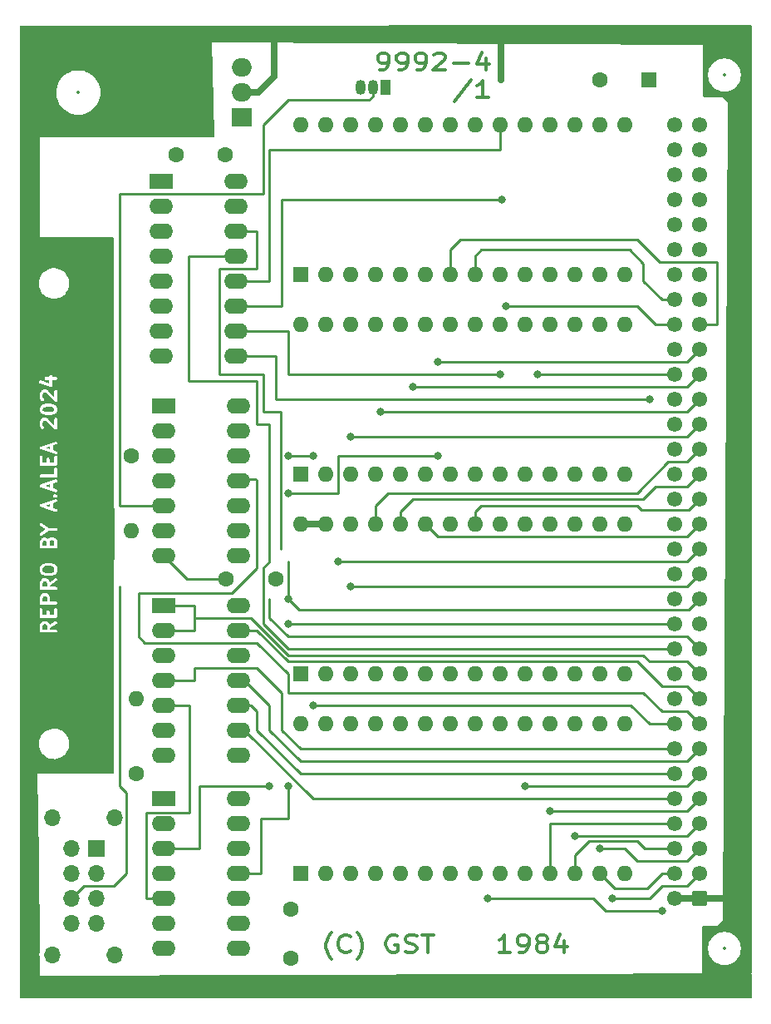
<source format=gtl>
%TF.GenerationSoftware,KiCad,Pcbnew,8.0.3+1*%
%TF.CreationDate,2024-07-14T18:41:45+02:00*%
%TF.ProjectId,QL_GST_Rom_board,514c5f47-5354-45f5-926f-6d5f626f6172,rev?*%
%TF.SameCoordinates,Original*%
%TF.FileFunction,Copper,L1,Top*%
%TF.FilePolarity,Positive*%
%FSLAX46Y46*%
G04 Gerber Fmt 4.6, Leading zero omitted, Abs format (unit mm)*
G04 Created by KiCad (PCBNEW 8.0.3+1) date 2024-07-14 18:41:45*
%MOMM*%
%LPD*%
G01*
G04 APERTURE LIST*
G04 Aperture macros list*
%AMRoundRect*
0 Rectangle with rounded corners*
0 $1 Rounding radius*
0 $2 $3 $4 $5 $6 $7 $8 $9 X,Y pos of 4 corners*
0 Add a 4 corners polygon primitive as box body*
4,1,4,$2,$3,$4,$5,$6,$7,$8,$9,$2,$3,0*
0 Add four circle primitives for the rounded corners*
1,1,$1+$1,$2,$3*
1,1,$1+$1,$4,$5*
1,1,$1+$1,$6,$7*
1,1,$1+$1,$8,$9*
0 Add four rect primitives between the rounded corners*
20,1,$1+$1,$2,$3,$4,$5,0*
20,1,$1+$1,$4,$5,$6,$7,0*
20,1,$1+$1,$6,$7,$8,$9,0*
20,1,$1+$1,$8,$9,$2,$3,0*%
G04 Aperture macros list end*
%ADD10C,0.300000*%
%TA.AperFunction,NonConductor*%
%ADD11C,0.300000*%
%TD*%
%TA.AperFunction,ComponentPad*%
%ADD12R,1.600000X1.600000*%
%TD*%
%TA.AperFunction,ComponentPad*%
%ADD13C,1.600000*%
%TD*%
%TA.AperFunction,ComponentPad*%
%ADD14O,1.700000X1.700000*%
%TD*%
%TA.AperFunction,ComponentPad*%
%ADD15R,1.700000X1.700000*%
%TD*%
%TA.AperFunction,ComponentPad*%
%ADD16O,1.600000X1.600000*%
%TD*%
%TA.AperFunction,ComponentPad*%
%ADD17R,2.400000X1.600000*%
%TD*%
%TA.AperFunction,ComponentPad*%
%ADD18O,2.400000X1.600000*%
%TD*%
%TA.AperFunction,ComponentPad*%
%ADD19RoundRect,0.249999X0.525001X-0.525001X0.525001X0.525001X-0.525001X0.525001X-0.525001X-0.525001X0*%
%TD*%
%TA.AperFunction,ComponentPad*%
%ADD20C,1.550000*%
%TD*%
%TA.AperFunction,ComponentPad*%
%ADD21R,2.000000X1.905000*%
%TD*%
%TA.AperFunction,ComponentPad*%
%ADD22O,2.000000X1.905000*%
%TD*%
%TA.AperFunction,ComponentPad*%
%ADD23R,1.050000X1.500000*%
%TD*%
%TA.AperFunction,ComponentPad*%
%ADD24O,1.050000X1.500000*%
%TD*%
%TA.AperFunction,ViaPad*%
%ADD25C,0.800000*%
%TD*%
%TA.AperFunction,Conductor*%
%ADD26C,0.250000*%
%TD*%
%TA.AperFunction,Conductor*%
%ADD27C,0.635000*%
%TD*%
%ADD28C,0.350000*%
G04 APERTURE END LIST*
D10*
D11*
X205925060Y-47752832D02*
X206306012Y-47752832D01*
X206306012Y-47752832D02*
X206496489Y-47669499D01*
X206496489Y-47669499D02*
X206591727Y-47586165D01*
X206591727Y-47586165D02*
X206782203Y-47336165D01*
X206782203Y-47336165D02*
X206877441Y-47002832D01*
X206877441Y-47002832D02*
X206877441Y-46336165D01*
X206877441Y-46336165D02*
X206782203Y-46169499D01*
X206782203Y-46169499D02*
X206686965Y-46086165D01*
X206686965Y-46086165D02*
X206496489Y-46002832D01*
X206496489Y-46002832D02*
X206115536Y-46002832D01*
X206115536Y-46002832D02*
X205925060Y-46086165D01*
X205925060Y-46086165D02*
X205829822Y-46169499D01*
X205829822Y-46169499D02*
X205734584Y-46336165D01*
X205734584Y-46336165D02*
X205734584Y-46752832D01*
X205734584Y-46752832D02*
X205829822Y-46919499D01*
X205829822Y-46919499D02*
X205925060Y-47002832D01*
X205925060Y-47002832D02*
X206115536Y-47086165D01*
X206115536Y-47086165D02*
X206496489Y-47086165D01*
X206496489Y-47086165D02*
X206686965Y-47002832D01*
X206686965Y-47002832D02*
X206782203Y-46919499D01*
X206782203Y-46919499D02*
X206877441Y-46752832D01*
X207829822Y-47752832D02*
X208210774Y-47752832D01*
X208210774Y-47752832D02*
X208401251Y-47669499D01*
X208401251Y-47669499D02*
X208496489Y-47586165D01*
X208496489Y-47586165D02*
X208686965Y-47336165D01*
X208686965Y-47336165D02*
X208782203Y-47002832D01*
X208782203Y-47002832D02*
X208782203Y-46336165D01*
X208782203Y-46336165D02*
X208686965Y-46169499D01*
X208686965Y-46169499D02*
X208591727Y-46086165D01*
X208591727Y-46086165D02*
X208401251Y-46002832D01*
X208401251Y-46002832D02*
X208020298Y-46002832D01*
X208020298Y-46002832D02*
X207829822Y-46086165D01*
X207829822Y-46086165D02*
X207734584Y-46169499D01*
X207734584Y-46169499D02*
X207639346Y-46336165D01*
X207639346Y-46336165D02*
X207639346Y-46752832D01*
X207639346Y-46752832D02*
X207734584Y-46919499D01*
X207734584Y-46919499D02*
X207829822Y-47002832D01*
X207829822Y-47002832D02*
X208020298Y-47086165D01*
X208020298Y-47086165D02*
X208401251Y-47086165D01*
X208401251Y-47086165D02*
X208591727Y-47002832D01*
X208591727Y-47002832D02*
X208686965Y-46919499D01*
X208686965Y-46919499D02*
X208782203Y-46752832D01*
X209734584Y-47752832D02*
X210115536Y-47752832D01*
X210115536Y-47752832D02*
X210306013Y-47669499D01*
X210306013Y-47669499D02*
X210401251Y-47586165D01*
X210401251Y-47586165D02*
X210591727Y-47336165D01*
X210591727Y-47336165D02*
X210686965Y-47002832D01*
X210686965Y-47002832D02*
X210686965Y-46336165D01*
X210686965Y-46336165D02*
X210591727Y-46169499D01*
X210591727Y-46169499D02*
X210496489Y-46086165D01*
X210496489Y-46086165D02*
X210306013Y-46002832D01*
X210306013Y-46002832D02*
X209925060Y-46002832D01*
X209925060Y-46002832D02*
X209734584Y-46086165D01*
X209734584Y-46086165D02*
X209639346Y-46169499D01*
X209639346Y-46169499D02*
X209544108Y-46336165D01*
X209544108Y-46336165D02*
X209544108Y-46752832D01*
X209544108Y-46752832D02*
X209639346Y-46919499D01*
X209639346Y-46919499D02*
X209734584Y-47002832D01*
X209734584Y-47002832D02*
X209925060Y-47086165D01*
X209925060Y-47086165D02*
X210306013Y-47086165D01*
X210306013Y-47086165D02*
X210496489Y-47002832D01*
X210496489Y-47002832D02*
X210591727Y-46919499D01*
X210591727Y-46919499D02*
X210686965Y-46752832D01*
X211448870Y-46169499D02*
X211544108Y-46086165D01*
X211544108Y-46086165D02*
X211734584Y-46002832D01*
X211734584Y-46002832D02*
X212210775Y-46002832D01*
X212210775Y-46002832D02*
X212401251Y-46086165D01*
X212401251Y-46086165D02*
X212496489Y-46169499D01*
X212496489Y-46169499D02*
X212591727Y-46336165D01*
X212591727Y-46336165D02*
X212591727Y-46502832D01*
X212591727Y-46502832D02*
X212496489Y-46752832D01*
X212496489Y-46752832D02*
X211353632Y-47752832D01*
X211353632Y-47752832D02*
X212591727Y-47752832D01*
X213448870Y-47086165D02*
X214972680Y-47086165D01*
X216782203Y-46586165D02*
X216782203Y-47752832D01*
X216306012Y-45919499D02*
X215829822Y-47169499D01*
X215829822Y-47169499D02*
X217067917Y-47169499D01*
X215258393Y-48736901D02*
X213544108Y-50986901D01*
X216972679Y-50570234D02*
X215829822Y-50570234D01*
X216401250Y-50570234D02*
X216401250Y-48820234D01*
X216401250Y-48820234D02*
X216210774Y-49070234D01*
X216210774Y-49070234D02*
X216020298Y-49236901D01*
X216020298Y-49236901D02*
X215829822Y-49320234D01*
D10*
G36*
X171952581Y-104189198D02*
G01*
X171991245Y-104226188D01*
X172037693Y-104315648D01*
X172038558Y-104496032D01*
X172037577Y-104501597D01*
X172038608Y-104506250D01*
X172039571Y-104707113D01*
X171551120Y-104708034D01*
X171549275Y-104323529D01*
X171592680Y-104233307D01*
X171629671Y-104194641D01*
X171719568Y-104147967D01*
X171863339Y-104146265D01*
X171952581Y-104189198D01*
G37*
G36*
X171952581Y-101332055D02*
G01*
X171991245Y-101369045D01*
X172037693Y-101458505D01*
X172039571Y-101849970D01*
X171551120Y-101850891D01*
X171549275Y-101466386D01*
X171592680Y-101376164D01*
X171629671Y-101337498D01*
X171719568Y-101290824D01*
X171863339Y-101289122D01*
X171952581Y-101332055D01*
G37*
G36*
X171952581Y-99832055D02*
G01*
X171991245Y-99869045D01*
X172037693Y-99958505D01*
X172038558Y-100138889D01*
X172037577Y-100144454D01*
X172038608Y-100149107D01*
X172039571Y-100349970D01*
X171551120Y-100350891D01*
X171549275Y-99966386D01*
X171592680Y-99876164D01*
X171629671Y-99837498D01*
X171719568Y-99790824D01*
X171863339Y-99789122D01*
X171952581Y-99832055D01*
G37*
G36*
X172608687Y-98273810D02*
G01*
X172704716Y-98367474D01*
X172752119Y-98458774D01*
X172754086Y-98673771D01*
X172711229Y-98762858D01*
X172614094Y-98862443D01*
X172392959Y-98919822D01*
X171930263Y-98922341D01*
X171694968Y-98865738D01*
X171598941Y-98772074D01*
X171551536Y-98680772D01*
X171549569Y-98465776D01*
X171592426Y-98376692D01*
X171689561Y-98277105D01*
X171910697Y-98219725D01*
X172373391Y-98217206D01*
X172608687Y-98273810D01*
G37*
G36*
X171881152Y-95689197D02*
G01*
X171919816Y-95726187D01*
X171966286Y-95815688D01*
X171968029Y-96135819D01*
X171551025Y-96136605D01*
X171549319Y-95823438D01*
X171592680Y-95733307D01*
X171629671Y-95694641D01*
X171719882Y-95647803D01*
X171792579Y-95646586D01*
X171881152Y-95689197D01*
G37*
G36*
X172666867Y-95617769D02*
G01*
X172705531Y-95654759D01*
X172751979Y-95744219D01*
X172753851Y-96134338D01*
X172265303Y-96135259D01*
X172263562Y-95815456D01*
X172315795Y-95652648D01*
X172343956Y-95623213D01*
X172433854Y-95576538D01*
X172577625Y-95574836D01*
X172666867Y-95617769D01*
G37*
G36*
X172325226Y-92220700D02*
G01*
X171871695Y-92070424D01*
X172324055Y-91918737D01*
X172325226Y-92220700D01*
G37*
G36*
X172325226Y-90220700D02*
G01*
X171871695Y-90070424D01*
X172324055Y-89918737D01*
X172325226Y-90220700D01*
G37*
G36*
X172325226Y-86363557D02*
G01*
X171871695Y-86213281D01*
X172324055Y-86061594D01*
X172325226Y-86363557D01*
G37*
G36*
X172554335Y-82063633D02*
G01*
X172666866Y-82117770D01*
X172705532Y-82154761D01*
X172752369Y-82244971D01*
X172753586Y-82317668D01*
X172710975Y-82406244D01*
X172673987Y-82444905D01*
X172572649Y-82497521D01*
X172321460Y-82562698D01*
X172001223Y-82565087D01*
X171749320Y-82504488D01*
X171636789Y-82450351D01*
X171598125Y-82413361D01*
X171551286Y-82323149D01*
X171550069Y-82250452D01*
X171592679Y-82161879D01*
X171629671Y-82123214D01*
X171731005Y-82070600D01*
X171982196Y-82005422D01*
X172302431Y-82003033D01*
X172554335Y-82063633D01*
G37*
G36*
X173218495Y-105172156D02*
G01*
X171014911Y-105172156D01*
X171014911Y-104284060D01*
X171251828Y-104284060D01*
X171254710Y-104884753D01*
X171277108Y-104938825D01*
X171318492Y-104980209D01*
X171372564Y-105002607D01*
X171401828Y-105005489D01*
X172931092Y-105002607D01*
X172985164Y-104980209D01*
X173026548Y-104938825D01*
X173048946Y-104884753D01*
X173048946Y-104826225D01*
X173026548Y-104772153D01*
X172985164Y-104730769D01*
X172931092Y-104708371D01*
X172901828Y-104705489D01*
X172336827Y-104706553D01*
X172336206Y-104577080D01*
X173010169Y-104102088D01*
X173041622Y-104052731D01*
X173051793Y-103995095D01*
X173039134Y-103937953D01*
X173005570Y-103890005D01*
X172956213Y-103858552D01*
X172898577Y-103848381D01*
X172841435Y-103861040D01*
X172815809Y-103875461D01*
X172323729Y-104222266D01*
X172321706Y-104216979D01*
X172247700Y-104074441D01*
X172240835Y-104057868D01*
X172236097Y-104052095D01*
X172234613Y-104049236D01*
X172231621Y-104046641D01*
X172222180Y-104035137D01*
X172147029Y-103963239D01*
X172136653Y-103951275D01*
X172130427Y-103947356D01*
X172128020Y-103945053D01*
X172124360Y-103943537D01*
X172111767Y-103935610D01*
X171987241Y-103875703D01*
X171985164Y-103873626D01*
X171969041Y-103866947D01*
X171941446Y-103853672D01*
X171936070Y-103853290D01*
X171931092Y-103851228D01*
X171901828Y-103848346D01*
X171709594Y-103850620D01*
X171706304Y-103849524D01*
X171687125Y-103850886D01*
X171658278Y-103851228D01*
X171653299Y-103853290D01*
X171647924Y-103853672D01*
X171620461Y-103864182D01*
X171477918Y-103938190D01*
X171461349Y-103945054D01*
X171455578Y-103949789D01*
X171452718Y-103951275D01*
X171450123Y-103954266D01*
X171438618Y-103963709D01*
X171366725Y-104038855D01*
X171354758Y-104049235D01*
X171350837Y-104055463D01*
X171348536Y-104057869D01*
X171347021Y-104061525D01*
X171339093Y-104074121D01*
X171279186Y-104198645D01*
X171277108Y-104200724D01*
X171270426Y-104216855D01*
X171257155Y-104244441D01*
X171256773Y-104249815D01*
X171254710Y-104254796D01*
X171251828Y-104284060D01*
X171014911Y-104284060D01*
X171014911Y-102641203D01*
X171251828Y-102641203D01*
X171254710Y-103384753D01*
X171277108Y-103438825D01*
X171318492Y-103480209D01*
X171372564Y-103502607D01*
X171401828Y-103505489D01*
X172931092Y-103502607D01*
X172985164Y-103480209D01*
X173026548Y-103438825D01*
X173048946Y-103384753D01*
X173051828Y-103355489D01*
X173048946Y-102611939D01*
X173026548Y-102557867D01*
X172985164Y-102516483D01*
X172931092Y-102494085D01*
X172872564Y-102494085D01*
X172818492Y-102516483D01*
X172777108Y-102557867D01*
X172754710Y-102611939D01*
X172751828Y-102641203D01*
X172754016Y-103205767D01*
X172265303Y-103206688D01*
X172263232Y-102826225D01*
X172240834Y-102772153D01*
X172199450Y-102730769D01*
X172145378Y-102708371D01*
X172086850Y-102708371D01*
X172032778Y-102730769D01*
X171991394Y-102772153D01*
X171968996Y-102826225D01*
X171966114Y-102855489D01*
X171968029Y-103207248D01*
X171551256Y-103208034D01*
X171548946Y-102611939D01*
X171526548Y-102557867D01*
X171485164Y-102516483D01*
X171431092Y-102494085D01*
X171372564Y-102494085D01*
X171318492Y-102516483D01*
X171277108Y-102557867D01*
X171254710Y-102611939D01*
X171251828Y-102641203D01*
X171014911Y-102641203D01*
X171014911Y-101426917D01*
X171251828Y-101426917D01*
X171254710Y-102027610D01*
X171277108Y-102081682D01*
X171318492Y-102123066D01*
X171372564Y-102145464D01*
X171401828Y-102148346D01*
X172931092Y-102145464D01*
X172985164Y-102123066D01*
X173026548Y-102081682D01*
X173048946Y-102027610D01*
X173048946Y-101969082D01*
X173026548Y-101915010D01*
X172985164Y-101873626D01*
X172931092Y-101851228D01*
X172901828Y-101848346D01*
X172336827Y-101849410D01*
X172334911Y-101450036D01*
X172336364Y-101445679D01*
X172334783Y-101423437D01*
X172334660Y-101397653D01*
X172332597Y-101392674D01*
X172332216Y-101387299D01*
X172321706Y-101359836D01*
X172247700Y-101217298D01*
X172240835Y-101200725D01*
X172236097Y-101194952D01*
X172234613Y-101192093D01*
X172231621Y-101189498D01*
X172222180Y-101177994D01*
X172147029Y-101106096D01*
X172136653Y-101094132D01*
X172130427Y-101090213D01*
X172128020Y-101087910D01*
X172124360Y-101086394D01*
X172111767Y-101078467D01*
X171987241Y-101018560D01*
X171985164Y-101016483D01*
X171969041Y-101009804D01*
X171941446Y-100996529D01*
X171936070Y-100996147D01*
X171931092Y-100994085D01*
X171901828Y-100991203D01*
X171709594Y-100993477D01*
X171706304Y-100992381D01*
X171687125Y-100993743D01*
X171658278Y-100994085D01*
X171653299Y-100996147D01*
X171647924Y-100996529D01*
X171620461Y-101007039D01*
X171477918Y-101081047D01*
X171461349Y-101087911D01*
X171455578Y-101092646D01*
X171452718Y-101094132D01*
X171450123Y-101097123D01*
X171438618Y-101106566D01*
X171366725Y-101181712D01*
X171354758Y-101192092D01*
X171350837Y-101198320D01*
X171348536Y-101200726D01*
X171347021Y-101204382D01*
X171339093Y-101216978D01*
X171279186Y-101341502D01*
X171277108Y-101343581D01*
X171270426Y-101359712D01*
X171257155Y-101387298D01*
X171256773Y-101392672D01*
X171254710Y-101397653D01*
X171251828Y-101426917D01*
X171014911Y-101426917D01*
X171014911Y-99926917D01*
X171251828Y-99926917D01*
X171254710Y-100527610D01*
X171277108Y-100581682D01*
X171318492Y-100623066D01*
X171372564Y-100645464D01*
X171401828Y-100648346D01*
X172931092Y-100645464D01*
X172985164Y-100623066D01*
X173026548Y-100581682D01*
X173048946Y-100527610D01*
X173048946Y-100469082D01*
X173026548Y-100415010D01*
X172985164Y-100373626D01*
X172931092Y-100351228D01*
X172901828Y-100348346D01*
X172336827Y-100349410D01*
X172336206Y-100219937D01*
X173010169Y-99744945D01*
X173041622Y-99695588D01*
X173051793Y-99637952D01*
X173039134Y-99580810D01*
X173005570Y-99532862D01*
X172956213Y-99501409D01*
X172898577Y-99491238D01*
X172841435Y-99503897D01*
X172815809Y-99518318D01*
X172323729Y-99865123D01*
X172321706Y-99859836D01*
X172247700Y-99717298D01*
X172240835Y-99700725D01*
X172236097Y-99694952D01*
X172234613Y-99692093D01*
X172231621Y-99689498D01*
X172222180Y-99677994D01*
X172147029Y-99606096D01*
X172136653Y-99594132D01*
X172130427Y-99590213D01*
X172128020Y-99587910D01*
X172124360Y-99586394D01*
X172111767Y-99578467D01*
X171987241Y-99518560D01*
X171985164Y-99516483D01*
X171969041Y-99509804D01*
X171941446Y-99496529D01*
X171936070Y-99496147D01*
X171931092Y-99494085D01*
X171901828Y-99491203D01*
X171709594Y-99493477D01*
X171706304Y-99492381D01*
X171687125Y-99493743D01*
X171658278Y-99494085D01*
X171653299Y-99496147D01*
X171647924Y-99496529D01*
X171620461Y-99507039D01*
X171477918Y-99581047D01*
X171461349Y-99587911D01*
X171455578Y-99592646D01*
X171452718Y-99594132D01*
X171450123Y-99597123D01*
X171438618Y-99606566D01*
X171366725Y-99681712D01*
X171354758Y-99692092D01*
X171350837Y-99698320D01*
X171348536Y-99700726D01*
X171347021Y-99704382D01*
X171339093Y-99716978D01*
X171279186Y-99841502D01*
X171277108Y-99843581D01*
X171270426Y-99859712D01*
X171257155Y-99887298D01*
X171256773Y-99892672D01*
X171254710Y-99897653D01*
X171251828Y-99926917D01*
X171014911Y-99926917D01*
X171014911Y-98426917D01*
X171251828Y-98426917D01*
X171254236Y-98690176D01*
X171253006Y-98693869D01*
X171254457Y-98714298D01*
X171254710Y-98741895D01*
X171256771Y-98746872D01*
X171257154Y-98752250D01*
X171267664Y-98779713D01*
X171341673Y-98922255D01*
X171348536Y-98938824D01*
X171353271Y-98944594D01*
X171354758Y-98947457D01*
X171357751Y-98950053D01*
X171367191Y-98961555D01*
X171500473Y-99091557D01*
X171505017Y-99099130D01*
X171518414Y-99109056D01*
X171532778Y-99123067D01*
X171543083Y-99127335D01*
X171552043Y-99133974D01*
X171579734Y-99143867D01*
X171857702Y-99210735D01*
X171872564Y-99216892D01*
X171890729Y-99218680D01*
X171894537Y-99219597D01*
X171896724Y-99219271D01*
X171901828Y-99219774D01*
X172392359Y-99217102D01*
X172409119Y-99219597D01*
X172427268Y-99216912D01*
X172431092Y-99216892D01*
X172433136Y-99216044D01*
X172438208Y-99215295D01*
X172707331Y-99145464D01*
X172716804Y-99145464D01*
X172732689Y-99138884D01*
X172751613Y-99133974D01*
X172760573Y-99127334D01*
X172770877Y-99123067D01*
X172793608Y-99104412D01*
X172934634Y-98959828D01*
X172948900Y-98947456D01*
X172952898Y-98941103D01*
X172955121Y-98938825D01*
X172956638Y-98935162D01*
X172964564Y-98922570D01*
X173024470Y-98798044D01*
X173026548Y-98795967D01*
X173033226Y-98779844D01*
X173046502Y-98752249D01*
X173046883Y-98746873D01*
X173048946Y-98741895D01*
X173051828Y-98712631D01*
X173049419Y-98449371D01*
X173050650Y-98445679D01*
X173049198Y-98425250D01*
X173048946Y-98397653D01*
X173046883Y-98392674D01*
X173046502Y-98387299D01*
X173035992Y-98359836D01*
X172961987Y-98217301D01*
X172955121Y-98200724D01*
X172950382Y-98194950D01*
X172948899Y-98192093D01*
X172945909Y-98189500D01*
X172936466Y-98177994D01*
X172803183Y-98047992D01*
X172798639Y-98040419D01*
X172785238Y-98030489D01*
X172770877Y-98016482D01*
X172760573Y-98012214D01*
X172751613Y-98005575D01*
X172723922Y-97995682D01*
X172445954Y-97928812D01*
X172431092Y-97922656D01*
X172412926Y-97920867D01*
X172409119Y-97919951D01*
X172406931Y-97920276D01*
X172401828Y-97919774D01*
X171911295Y-97922445D01*
X171894536Y-97919951D01*
X171876386Y-97922635D01*
X171872564Y-97922656D01*
X171870519Y-97923502D01*
X171865447Y-97924253D01*
X171596323Y-97994085D01*
X171586851Y-97994085D01*
X171570965Y-98000664D01*
X171552042Y-98005575D01*
X171543081Y-98012214D01*
X171532778Y-98016482D01*
X171510048Y-98035137D01*
X171369026Y-98179717D01*
X171354758Y-98192092D01*
X171350757Y-98198447D01*
X171348536Y-98200725D01*
X171347020Y-98204384D01*
X171339093Y-98216978D01*
X171279186Y-98341502D01*
X171277108Y-98343581D01*
X171270426Y-98359712D01*
X171257155Y-98387298D01*
X171256773Y-98392672D01*
X171254710Y-98397653D01*
X171251828Y-98426917D01*
X171014911Y-98426917D01*
X171014911Y-95784060D01*
X171251828Y-95784060D01*
X171254710Y-96313324D01*
X171277108Y-96367396D01*
X171318492Y-96408780D01*
X171372564Y-96431178D01*
X171401828Y-96434060D01*
X172931092Y-96431178D01*
X172985164Y-96408780D01*
X173026548Y-96367396D01*
X173048946Y-96313324D01*
X173051828Y-96284060D01*
X173049197Y-95735750D01*
X173050650Y-95731393D01*
X173049069Y-95709151D01*
X173048946Y-95683367D01*
X173046883Y-95678388D01*
X173046502Y-95673013D01*
X173035992Y-95645550D01*
X172961986Y-95503012D01*
X172955121Y-95486439D01*
X172950383Y-95480666D01*
X172948899Y-95477807D01*
X172945907Y-95475212D01*
X172936466Y-95463708D01*
X172861315Y-95391810D01*
X172850939Y-95379846D01*
X172844713Y-95375927D01*
X172842306Y-95373624D01*
X172838646Y-95372108D01*
X172826053Y-95364181D01*
X172701527Y-95304274D01*
X172699450Y-95302197D01*
X172683327Y-95295518D01*
X172655732Y-95282243D01*
X172650356Y-95281861D01*
X172645378Y-95279799D01*
X172616114Y-95276917D01*
X172423880Y-95279191D01*
X172420590Y-95278095D01*
X172401411Y-95279457D01*
X172372564Y-95279799D01*
X172367585Y-95281861D01*
X172362210Y-95282243D01*
X172334747Y-95292753D01*
X172192209Y-95366758D01*
X172175636Y-95373624D01*
X172169863Y-95378361D01*
X172167004Y-95379846D01*
X172164409Y-95382837D01*
X172152905Y-95392279D01*
X172097276Y-95450423D01*
X172095575Y-95451275D01*
X172086960Y-95461207D01*
X172080516Y-95467942D01*
X172075602Y-95463240D01*
X172065225Y-95451275D01*
X172058999Y-95447356D01*
X172056593Y-95445054D01*
X172052934Y-95443538D01*
X172040339Y-95435610D01*
X171915814Y-95375703D01*
X171913736Y-95373625D01*
X171897604Y-95366943D01*
X171870019Y-95353672D01*
X171864644Y-95353290D01*
X171859664Y-95351227D01*
X171830400Y-95348345D01*
X171708873Y-95350379D01*
X171706303Y-95349523D01*
X171689738Y-95350700D01*
X171658278Y-95351227D01*
X171653297Y-95353290D01*
X171647923Y-95353672D01*
X171620459Y-95364181D01*
X171477911Y-95438193D01*
X171461349Y-95445054D01*
X171455580Y-95449788D01*
X171452717Y-95451275D01*
X171450119Y-95454269D01*
X171438618Y-95463709D01*
X171366725Y-95538855D01*
X171354758Y-95549235D01*
X171350837Y-95555463D01*
X171348536Y-95557869D01*
X171347021Y-95561525D01*
X171339093Y-95574121D01*
X171279186Y-95698645D01*
X171277108Y-95700724D01*
X171270426Y-95716855D01*
X171257155Y-95744441D01*
X171256773Y-95749815D01*
X171254710Y-95754796D01*
X171251828Y-95784060D01*
X171014911Y-95784060D01*
X171014911Y-94001693D01*
X171251865Y-94001693D01*
X171264562Y-94058825D01*
X171298155Y-94106752D01*
X171321297Y-94124894D01*
X171910747Y-94497519D01*
X171298155Y-94889938D01*
X171264562Y-94937865D01*
X171251865Y-94994997D01*
X171261999Y-95052640D01*
X171293421Y-95102018D01*
X171341348Y-95135611D01*
X171398480Y-95148308D01*
X171456123Y-95138174D01*
X171482359Y-95124894D01*
X172226521Y-94648193D01*
X172931092Y-94645463D01*
X172985164Y-94623065D01*
X173026548Y-94581681D01*
X173048946Y-94527609D01*
X173048946Y-94469081D01*
X173026548Y-94415009D01*
X172985164Y-94373625D01*
X172931092Y-94351227D01*
X172901828Y-94348345D01*
X172235064Y-94350929D01*
X171456123Y-93858516D01*
X171398480Y-93848382D01*
X171341348Y-93861079D01*
X171293421Y-93894672D01*
X171261999Y-93944050D01*
X171251865Y-94001693D01*
X171014911Y-94001693D01*
X171014911Y-92051013D01*
X171253006Y-92051013D01*
X171254339Y-92069774D01*
X171253006Y-92088535D01*
X171256395Y-92098702D01*
X171257155Y-92109394D01*
X171265566Y-92126217D01*
X171271514Y-92144059D01*
X171278536Y-92152155D01*
X171283329Y-92161741D01*
X171297537Y-92174064D01*
X171309861Y-92188273D01*
X171319446Y-92193065D01*
X171327543Y-92200088D01*
X171354394Y-92212076D01*
X172432843Y-92569416D01*
X172443993Y-92574035D01*
X172446782Y-92574035D01*
X172883068Y-92718597D01*
X172941448Y-92714447D01*
X172993795Y-92688273D01*
X173032142Y-92644059D01*
X173050651Y-92588535D01*
X173046501Y-92530155D01*
X173020328Y-92477807D01*
X172976113Y-92439460D01*
X172949262Y-92427472D01*
X172622839Y-92319313D01*
X172620901Y-91819198D01*
X172976113Y-91700088D01*
X173020328Y-91661741D01*
X173046501Y-91609393D01*
X173050651Y-91551013D01*
X173032142Y-91495489D01*
X172993795Y-91451275D01*
X172941448Y-91425101D01*
X172883068Y-91420951D01*
X172854394Y-91427471D01*
X171372557Y-91924365D01*
X171362208Y-91925101D01*
X171345600Y-91933404D01*
X171327543Y-91939460D01*
X171319446Y-91946482D01*
X171309861Y-91951275D01*
X171297537Y-91965483D01*
X171283329Y-91977807D01*
X171278536Y-91987392D01*
X171271514Y-91995489D01*
X171265566Y-92013330D01*
X171257155Y-92030154D01*
X171256395Y-92040845D01*
X171253006Y-92051013D01*
X171014911Y-92051013D01*
X171014911Y-91040511D01*
X172611853Y-91040511D01*
X172611853Y-91040512D01*
X172611853Y-91040513D01*
X172611853Y-91099039D01*
X172617197Y-91111939D01*
X172634250Y-91153110D01*
X172634251Y-91153111D01*
X172652906Y-91175842D01*
X172747064Y-91265923D01*
X172747065Y-91265924D01*
X172801137Y-91288321D01*
X172801138Y-91288321D01*
X172859663Y-91288321D01*
X172913735Y-91265924D01*
X172936466Y-91247269D01*
X173026549Y-91153111D01*
X173035825Y-91130713D01*
X173048946Y-91099039D01*
X173048946Y-91040511D01*
X173026549Y-90986441D01*
X173026549Y-90986440D01*
X173007895Y-90963710D01*
X172913736Y-90873626D01*
X172913735Y-90873625D01*
X172882061Y-90860505D01*
X172859664Y-90851228D01*
X172859663Y-90851228D01*
X172801137Y-90851228D01*
X172747065Y-90873625D01*
X172724334Y-90892280D01*
X172634250Y-90986440D01*
X172634250Y-90986441D01*
X172611853Y-91040511D01*
X171014911Y-91040511D01*
X171014911Y-90051013D01*
X171253006Y-90051013D01*
X171254339Y-90069774D01*
X171253006Y-90088535D01*
X171256395Y-90098702D01*
X171257155Y-90109394D01*
X171265566Y-90126217D01*
X171271514Y-90144059D01*
X171278536Y-90152155D01*
X171283329Y-90161741D01*
X171297537Y-90174064D01*
X171309861Y-90188273D01*
X171319446Y-90193065D01*
X171327543Y-90200088D01*
X171354394Y-90212076D01*
X172432843Y-90569416D01*
X172443993Y-90574035D01*
X172446782Y-90574035D01*
X172883068Y-90718597D01*
X172941448Y-90714447D01*
X172993795Y-90688273D01*
X173032142Y-90644059D01*
X173050651Y-90588535D01*
X173046501Y-90530155D01*
X173020328Y-90477807D01*
X172976113Y-90439460D01*
X172949262Y-90427472D01*
X172622839Y-90319313D01*
X172620901Y-89819198D01*
X172976113Y-89700088D01*
X173020328Y-89661741D01*
X173046501Y-89609393D01*
X173050651Y-89551013D01*
X173032142Y-89495489D01*
X172993795Y-89451275D01*
X172941448Y-89425101D01*
X172883068Y-89420951D01*
X172854394Y-89427471D01*
X171372557Y-89924365D01*
X171362208Y-89925101D01*
X171345600Y-89933404D01*
X171327543Y-89939460D01*
X171319446Y-89946482D01*
X171309861Y-89951275D01*
X171297537Y-89965483D01*
X171283329Y-89977807D01*
X171278536Y-89987392D01*
X171271514Y-89995489D01*
X171265566Y-90013330D01*
X171257155Y-90030154D01*
X171256395Y-90040845D01*
X171253006Y-90051013D01*
X171014911Y-90051013D01*
X171014911Y-89040511D01*
X171254710Y-89040511D01*
X171254710Y-89099039D01*
X171277108Y-89153111D01*
X171318492Y-89194495D01*
X171372564Y-89216893D01*
X171401828Y-89219775D01*
X172931092Y-89216893D01*
X172985164Y-89194495D01*
X173026548Y-89153111D01*
X173048946Y-89099039D01*
X173051828Y-89069775D01*
X173048946Y-88326225D01*
X173026548Y-88272153D01*
X172985164Y-88230769D01*
X172931092Y-88208371D01*
X172872564Y-88208371D01*
X172818492Y-88230769D01*
X172777108Y-88272153D01*
X172754710Y-88326225D01*
X172751828Y-88355489D01*
X172754016Y-88920053D01*
X171372564Y-88922657D01*
X171318492Y-88945055D01*
X171277108Y-88986439D01*
X171254710Y-89040511D01*
X171014911Y-89040511D01*
X171014911Y-87141203D01*
X171251828Y-87141203D01*
X171254710Y-87884753D01*
X171277108Y-87938825D01*
X171318492Y-87980209D01*
X171372564Y-88002607D01*
X171401828Y-88005489D01*
X172931092Y-88002607D01*
X172985164Y-87980209D01*
X173026548Y-87938825D01*
X173048946Y-87884753D01*
X173051828Y-87855489D01*
X173048946Y-87111939D01*
X173026548Y-87057867D01*
X172985164Y-87016483D01*
X172931092Y-86994085D01*
X172872564Y-86994085D01*
X172818492Y-87016483D01*
X172777108Y-87057867D01*
X172754710Y-87111939D01*
X172751828Y-87141203D01*
X172754016Y-87705767D01*
X172265303Y-87706688D01*
X172263232Y-87326225D01*
X172240834Y-87272153D01*
X172199450Y-87230769D01*
X172145378Y-87208371D01*
X172086850Y-87208371D01*
X172032778Y-87230769D01*
X171991394Y-87272153D01*
X171968996Y-87326225D01*
X171966114Y-87355489D01*
X171968029Y-87707248D01*
X171551256Y-87708034D01*
X171548946Y-87111939D01*
X171526548Y-87057867D01*
X171485164Y-87016483D01*
X171431092Y-86994085D01*
X171372564Y-86994085D01*
X171318492Y-87016483D01*
X171277108Y-87057867D01*
X171254710Y-87111939D01*
X171251828Y-87141203D01*
X171014911Y-87141203D01*
X171014911Y-86193870D01*
X171253006Y-86193870D01*
X171254339Y-86212631D01*
X171253006Y-86231392D01*
X171256395Y-86241559D01*
X171257155Y-86252251D01*
X171265566Y-86269074D01*
X171271514Y-86286916D01*
X171278536Y-86295012D01*
X171283329Y-86304598D01*
X171297537Y-86316921D01*
X171309861Y-86331130D01*
X171319446Y-86335922D01*
X171327543Y-86342945D01*
X171354394Y-86354933D01*
X172432843Y-86712273D01*
X172443993Y-86716892D01*
X172446782Y-86716892D01*
X172883068Y-86861454D01*
X172941448Y-86857304D01*
X172993795Y-86831130D01*
X173032142Y-86786916D01*
X173050651Y-86731392D01*
X173046501Y-86673012D01*
X173020328Y-86620664D01*
X172976113Y-86582317D01*
X172949262Y-86570329D01*
X172622839Y-86462170D01*
X172620901Y-85962055D01*
X172976113Y-85842945D01*
X173020328Y-85804598D01*
X173046501Y-85752250D01*
X173050651Y-85693870D01*
X173032142Y-85638346D01*
X172993795Y-85594132D01*
X172941448Y-85567958D01*
X172883068Y-85563808D01*
X172854394Y-85570328D01*
X171372557Y-86067222D01*
X171362208Y-86067958D01*
X171345600Y-86076261D01*
X171327543Y-86082317D01*
X171319446Y-86089339D01*
X171309861Y-86094132D01*
X171297537Y-86108340D01*
X171283329Y-86120664D01*
X171278536Y-86130249D01*
X171271514Y-86138346D01*
X171265566Y-86156187D01*
X171257155Y-86173011D01*
X171256395Y-86183702D01*
X171253006Y-86193870D01*
X171014911Y-86193870D01*
X171014911Y-83569775D01*
X171251828Y-83569775D01*
X171254322Y-83904207D01*
X171253006Y-83908157D01*
X171254509Y-83929314D01*
X171254710Y-83956182D01*
X171256773Y-83961162D01*
X171257155Y-83966537D01*
X171267664Y-83994000D01*
X171341673Y-84136542D01*
X171348536Y-84153110D01*
X171353271Y-84158880D01*
X171354758Y-84161743D01*
X171357751Y-84164339D01*
X171367191Y-84175841D01*
X171461349Y-84265924D01*
X171515422Y-84288320D01*
X171573948Y-84288320D01*
X171628020Y-84265924D01*
X171669406Y-84224538D01*
X171691802Y-84170466D01*
X171691802Y-84111940D01*
X171669406Y-84057867D01*
X171650751Y-84035137D01*
X171598126Y-83984790D01*
X171551591Y-83895164D01*
X171549455Y-83608870D01*
X171592680Y-83519022D01*
X171629671Y-83480356D01*
X171719882Y-83433518D01*
X171801035Y-83432159D01*
X171960479Y-83483314D01*
X172818492Y-84337353D01*
X172856727Y-84353189D01*
X172872564Y-84359750D01*
X172872565Y-84359750D01*
X172931091Y-84359750D01*
X172931092Y-84359750D01*
X172953489Y-84350472D01*
X172985163Y-84337353D01*
X173026549Y-84295967D01*
X173048946Y-84241895D01*
X173051828Y-84212632D01*
X173048946Y-83254796D01*
X173026548Y-83200724D01*
X172985164Y-83159340D01*
X172931092Y-83136942D01*
X172872564Y-83136942D01*
X172818492Y-83159340D01*
X172777108Y-83200724D01*
X172754710Y-83254796D01*
X172751828Y-83284060D01*
X172753541Y-83853391D01*
X172165419Y-83267994D01*
X172163184Y-83263523D01*
X172145641Y-83248308D01*
X172128020Y-83230768D01*
X172123040Y-83228705D01*
X172118970Y-83225175D01*
X172092119Y-83213187D01*
X171877499Y-83144329D01*
X171859664Y-83136942D01*
X171852172Y-83136204D01*
X171849161Y-83135238D01*
X171845211Y-83135518D01*
X171830400Y-83134060D01*
X171708873Y-83136094D01*
X171706303Y-83135238D01*
X171689738Y-83136415D01*
X171658278Y-83136942D01*
X171653297Y-83139005D01*
X171647923Y-83139387D01*
X171620459Y-83149896D01*
X171477911Y-83223908D01*
X171461349Y-83230769D01*
X171455580Y-83235503D01*
X171452717Y-83236990D01*
X171450119Y-83239984D01*
X171438618Y-83249424D01*
X171366725Y-83324570D01*
X171354758Y-83334950D01*
X171350837Y-83341178D01*
X171348536Y-83343584D01*
X171347021Y-83347240D01*
X171339093Y-83359836D01*
X171279186Y-83484360D01*
X171277108Y-83486439D01*
X171270426Y-83502570D01*
X171257155Y-83530156D01*
X171256773Y-83535530D01*
X171254710Y-83540511D01*
X171251828Y-83569775D01*
X171014911Y-83569775D01*
X171014911Y-82212632D01*
X171251828Y-82212632D01*
X171253862Y-82334156D01*
X171253006Y-82336727D01*
X171254183Y-82353296D01*
X171254710Y-82384753D01*
X171256771Y-82389730D01*
X171257154Y-82395108D01*
X171267664Y-82422571D01*
X171341673Y-82565113D01*
X171348536Y-82581682D01*
X171353271Y-82587452D01*
X171354758Y-82590315D01*
X171357751Y-82592911D01*
X171367191Y-82604413D01*
X171442343Y-82676312D01*
X171452717Y-82688274D01*
X171458939Y-82692191D01*
X171461349Y-82694496D01*
X171465011Y-82696012D01*
X171477603Y-82703939D01*
X171613010Y-82769081D01*
X171623471Y-82776832D01*
X171645425Y-82784675D01*
X171647923Y-82785877D01*
X171649003Y-82785953D01*
X171651162Y-82786725D01*
X171929131Y-82853594D01*
X171943993Y-82859750D01*
X171962158Y-82861538D01*
X171965966Y-82862455D01*
X171968153Y-82862129D01*
X171973257Y-82862632D01*
X172321430Y-82860035D01*
X172337691Y-82862455D01*
X172355785Y-82859778D01*
X172359664Y-82859750D01*
X172361708Y-82858902D01*
X172366780Y-82858153D01*
X172641400Y-82786895D01*
X172655733Y-82785877D01*
X172677653Y-82777488D01*
X172680185Y-82776832D01*
X172681055Y-82776187D01*
X172683196Y-82775368D01*
X172825742Y-82701356D01*
X172842305Y-82694496D01*
X172848074Y-82689761D01*
X172850939Y-82688274D01*
X172853536Y-82685279D01*
X172865036Y-82675842D01*
X172936932Y-82600693D01*
X172948900Y-82590314D01*
X172952818Y-82584088D01*
X172955120Y-82581683D01*
X172956635Y-82578024D01*
X172964564Y-82565428D01*
X173024470Y-82440902D01*
X173026548Y-82438825D01*
X173033226Y-82422702D01*
X173046502Y-82395107D01*
X173046883Y-82389731D01*
X173048946Y-82384753D01*
X173051828Y-82355489D01*
X173049793Y-82233964D01*
X173050650Y-82231394D01*
X173049472Y-82214824D01*
X173048946Y-82183368D01*
X173046883Y-82178389D01*
X173046502Y-82173014D01*
X173035992Y-82145551D01*
X172961983Y-82003008D01*
X172955120Y-81986439D01*
X172950384Y-81980668D01*
X172948899Y-81977808D01*
X172945907Y-81975213D01*
X172936465Y-81963708D01*
X172861318Y-81891815D01*
X172850939Y-81879848D01*
X172844710Y-81875927D01*
X172842305Y-81873626D01*
X172838648Y-81872111D01*
X172826053Y-81864183D01*
X172690645Y-81799040D01*
X172680185Y-81791290D01*
X172658230Y-81783446D01*
X172655733Y-81782245D01*
X172654652Y-81782168D01*
X172652494Y-81781397D01*
X172374526Y-81714527D01*
X172359664Y-81708371D01*
X172341498Y-81706582D01*
X172337691Y-81705666D01*
X172335503Y-81705991D01*
X172330400Y-81705489D01*
X171982225Y-81708085D01*
X171965965Y-81705666D01*
X171947870Y-81708342D01*
X171943993Y-81708371D01*
X171941948Y-81709217D01*
X171936876Y-81709968D01*
X171662253Y-81781226D01*
X171647923Y-81782245D01*
X171626001Y-81790633D01*
X171623470Y-81791290D01*
X171622599Y-81791934D01*
X171620459Y-81792754D01*
X171477916Y-81866764D01*
X171461349Y-81873626D01*
X171455577Y-81878362D01*
X171452717Y-81879848D01*
X171450121Y-81882840D01*
X171438619Y-81892281D01*
X171366722Y-81967430D01*
X171354758Y-81977807D01*
X171350839Y-81984032D01*
X171348536Y-81986440D01*
X171347020Y-81990099D01*
X171339093Y-82002693D01*
X171279186Y-82127217D01*
X171277108Y-82129296D01*
X171270426Y-82145427D01*
X171257155Y-82173013D01*
X171256773Y-82178387D01*
X171254710Y-82183368D01*
X171251828Y-82212632D01*
X171014911Y-82212632D01*
X171014911Y-80712633D01*
X171251828Y-80712633D01*
X171254322Y-81047065D01*
X171253006Y-81051015D01*
X171254509Y-81072172D01*
X171254710Y-81099040D01*
X171256773Y-81104020D01*
X171257155Y-81109395D01*
X171267664Y-81136858D01*
X171341673Y-81279400D01*
X171348536Y-81295968D01*
X171353271Y-81301738D01*
X171354758Y-81304601D01*
X171357751Y-81307197D01*
X171367191Y-81318699D01*
X171461349Y-81408782D01*
X171515422Y-81431178D01*
X171573948Y-81431178D01*
X171628020Y-81408782D01*
X171669406Y-81367396D01*
X171691802Y-81313324D01*
X171691802Y-81254798D01*
X171669406Y-81200725D01*
X171650751Y-81177995D01*
X171598126Y-81127648D01*
X171551591Y-81038022D01*
X171549455Y-80751728D01*
X171592680Y-80661880D01*
X171629671Y-80623214D01*
X171719882Y-80576376D01*
X171801035Y-80575017D01*
X171960479Y-80626172D01*
X172818492Y-81480211D01*
X172856727Y-81496047D01*
X172872564Y-81502608D01*
X172872565Y-81502608D01*
X172931091Y-81502608D01*
X172931092Y-81502608D01*
X172953489Y-81493330D01*
X172985163Y-81480211D01*
X173026549Y-81438825D01*
X173048946Y-81384753D01*
X173051828Y-81355490D01*
X173048946Y-80397654D01*
X173026548Y-80343582D01*
X172985164Y-80302198D01*
X172931092Y-80279800D01*
X172872564Y-80279800D01*
X172818492Y-80302198D01*
X172777108Y-80343582D01*
X172754710Y-80397654D01*
X172751828Y-80426918D01*
X172753541Y-80996249D01*
X172165419Y-80410852D01*
X172163184Y-80406381D01*
X172145641Y-80391166D01*
X172128020Y-80373626D01*
X172123040Y-80371563D01*
X172118970Y-80368033D01*
X172092119Y-80356045D01*
X171877499Y-80287187D01*
X171859664Y-80279800D01*
X171852172Y-80279062D01*
X171849161Y-80278096D01*
X171845211Y-80278376D01*
X171830400Y-80276918D01*
X171708873Y-80278952D01*
X171706303Y-80278096D01*
X171689738Y-80279273D01*
X171658278Y-80279800D01*
X171653297Y-80281863D01*
X171647923Y-80282245D01*
X171620459Y-80292754D01*
X171477911Y-80366766D01*
X171461349Y-80373627D01*
X171455580Y-80378361D01*
X171452717Y-80379848D01*
X171450119Y-80382842D01*
X171438618Y-80392282D01*
X171366725Y-80467428D01*
X171354758Y-80477808D01*
X171350837Y-80484036D01*
X171348536Y-80486442D01*
X171347021Y-80490098D01*
X171339093Y-80502694D01*
X171279186Y-80627218D01*
X171277108Y-80629297D01*
X171270426Y-80645428D01*
X171257155Y-80673014D01*
X171256773Y-80678388D01*
X171254710Y-80683369D01*
X171251828Y-80712633D01*
X171014911Y-80712633D01*
X171014911Y-79479586D01*
X171181578Y-79479586D01*
X171185727Y-79537967D01*
X171211901Y-79590314D01*
X171256115Y-79628661D01*
X171282966Y-79640649D01*
X172351429Y-79993853D01*
X172372564Y-80002608D01*
X172377912Y-80002608D01*
X172383067Y-80004312D01*
X172407044Y-80002608D01*
X172431092Y-80002608D01*
X172436072Y-80000544D01*
X172441447Y-80000163D01*
X172462946Y-79989413D01*
X172485164Y-79980210D01*
X172488975Y-79976398D01*
X172493794Y-79973989D01*
X172509542Y-79955831D01*
X172526548Y-79938826D01*
X172528610Y-79933846D01*
X172532142Y-79929775D01*
X172539743Y-79906970D01*
X172548946Y-79884754D01*
X172549699Y-79877100D01*
X172550650Y-79874250D01*
X172550369Y-79870301D01*
X172551828Y-79855490D01*
X172550124Y-79289389D01*
X172931092Y-79288323D01*
X172985164Y-79265925D01*
X173026548Y-79224541D01*
X173048946Y-79170469D01*
X173048946Y-79111941D01*
X173026548Y-79057869D01*
X172985164Y-79016485D01*
X172931092Y-78994087D01*
X172901828Y-78991205D01*
X172549230Y-78992192D01*
X172548946Y-78897655D01*
X172526548Y-78843583D01*
X172485164Y-78802199D01*
X172431092Y-78779801D01*
X172372564Y-78779801D01*
X172318492Y-78802199D01*
X172277108Y-78843583D01*
X172254710Y-78897655D01*
X172251828Y-78926919D01*
X172252026Y-78993024D01*
X171872564Y-78994087D01*
X171818492Y-79016485D01*
X171777108Y-79057869D01*
X171754710Y-79111941D01*
X171754710Y-79170469D01*
X171777108Y-79224541D01*
X171818492Y-79265925D01*
X171872564Y-79288323D01*
X171901828Y-79291205D01*
X172252921Y-79290221D01*
X172253999Y-79648638D01*
X171349161Y-79349525D01*
X171290780Y-79353674D01*
X171238433Y-79379848D01*
X171200086Y-79424062D01*
X171181578Y-79479586D01*
X171014911Y-79479586D01*
X171014911Y-78613134D01*
X173218495Y-78613134D01*
X173218495Y-105172156D01*
G37*
D11*
X201015987Y-138231901D02*
X200920748Y-138148567D01*
X200920748Y-138148567D02*
X200730272Y-137898567D01*
X200730272Y-137898567D02*
X200635034Y-137731901D01*
X200635034Y-137731901D02*
X200539796Y-137481901D01*
X200539796Y-137481901D02*
X200444558Y-137065234D01*
X200444558Y-137065234D02*
X200444558Y-136731901D01*
X200444558Y-136731901D02*
X200539796Y-136315234D01*
X200539796Y-136315234D02*
X200635034Y-136065234D01*
X200635034Y-136065234D02*
X200730272Y-135898567D01*
X200730272Y-135898567D02*
X200920748Y-135648567D01*
X200920748Y-135648567D02*
X201015987Y-135565234D01*
X202920748Y-137398567D02*
X202825510Y-137481901D01*
X202825510Y-137481901D02*
X202539796Y-137565234D01*
X202539796Y-137565234D02*
X202349320Y-137565234D01*
X202349320Y-137565234D02*
X202063605Y-137481901D01*
X202063605Y-137481901D02*
X201873129Y-137315234D01*
X201873129Y-137315234D02*
X201777891Y-137148567D01*
X201777891Y-137148567D02*
X201682653Y-136815234D01*
X201682653Y-136815234D02*
X201682653Y-136565234D01*
X201682653Y-136565234D02*
X201777891Y-136231901D01*
X201777891Y-136231901D02*
X201873129Y-136065234D01*
X201873129Y-136065234D02*
X202063605Y-135898567D01*
X202063605Y-135898567D02*
X202349320Y-135815234D01*
X202349320Y-135815234D02*
X202539796Y-135815234D01*
X202539796Y-135815234D02*
X202825510Y-135898567D01*
X202825510Y-135898567D02*
X202920748Y-135981901D01*
X203587415Y-138231901D02*
X203682653Y-138148567D01*
X203682653Y-138148567D02*
X203873129Y-137898567D01*
X203873129Y-137898567D02*
X203968367Y-137731901D01*
X203968367Y-137731901D02*
X204063605Y-137481901D01*
X204063605Y-137481901D02*
X204158843Y-137065234D01*
X204158843Y-137065234D02*
X204158843Y-136731901D01*
X204158843Y-136731901D02*
X204063605Y-136315234D01*
X204063605Y-136315234D02*
X203968367Y-136065234D01*
X203968367Y-136065234D02*
X203873129Y-135898567D01*
X203873129Y-135898567D02*
X203682653Y-135648567D01*
X203682653Y-135648567D02*
X203587415Y-135565234D01*
X207682653Y-135898567D02*
X207492177Y-135815234D01*
X207492177Y-135815234D02*
X207206463Y-135815234D01*
X207206463Y-135815234D02*
X206920748Y-135898567D01*
X206920748Y-135898567D02*
X206730272Y-136065234D01*
X206730272Y-136065234D02*
X206635034Y-136231901D01*
X206635034Y-136231901D02*
X206539796Y-136565234D01*
X206539796Y-136565234D02*
X206539796Y-136815234D01*
X206539796Y-136815234D02*
X206635034Y-137148567D01*
X206635034Y-137148567D02*
X206730272Y-137315234D01*
X206730272Y-137315234D02*
X206920748Y-137481901D01*
X206920748Y-137481901D02*
X207206463Y-137565234D01*
X207206463Y-137565234D02*
X207396939Y-137565234D01*
X207396939Y-137565234D02*
X207682653Y-137481901D01*
X207682653Y-137481901D02*
X207777891Y-137398567D01*
X207777891Y-137398567D02*
X207777891Y-136815234D01*
X207777891Y-136815234D02*
X207396939Y-136815234D01*
X208539796Y-137481901D02*
X208825510Y-137565234D01*
X208825510Y-137565234D02*
X209301701Y-137565234D01*
X209301701Y-137565234D02*
X209492177Y-137481901D01*
X209492177Y-137481901D02*
X209587415Y-137398567D01*
X209587415Y-137398567D02*
X209682653Y-137231901D01*
X209682653Y-137231901D02*
X209682653Y-137065234D01*
X209682653Y-137065234D02*
X209587415Y-136898567D01*
X209587415Y-136898567D02*
X209492177Y-136815234D01*
X209492177Y-136815234D02*
X209301701Y-136731901D01*
X209301701Y-136731901D02*
X208920748Y-136648567D01*
X208920748Y-136648567D02*
X208730272Y-136565234D01*
X208730272Y-136565234D02*
X208635034Y-136481901D01*
X208635034Y-136481901D02*
X208539796Y-136315234D01*
X208539796Y-136315234D02*
X208539796Y-136148567D01*
X208539796Y-136148567D02*
X208635034Y-135981901D01*
X208635034Y-135981901D02*
X208730272Y-135898567D01*
X208730272Y-135898567D02*
X208920748Y-135815234D01*
X208920748Y-135815234D02*
X209396939Y-135815234D01*
X209396939Y-135815234D02*
X209682653Y-135898567D01*
X210254082Y-135815234D02*
X211396939Y-135815234D01*
X210825510Y-137565234D02*
X210825510Y-135815234D01*
X219206465Y-137565234D02*
X218063608Y-137565234D01*
X218635036Y-137565234D02*
X218635036Y-135815234D01*
X218635036Y-135815234D02*
X218444560Y-136065234D01*
X218444560Y-136065234D02*
X218254084Y-136231901D01*
X218254084Y-136231901D02*
X218063608Y-136315234D01*
X220158846Y-137565234D02*
X220539798Y-137565234D01*
X220539798Y-137565234D02*
X220730275Y-137481901D01*
X220730275Y-137481901D02*
X220825513Y-137398567D01*
X220825513Y-137398567D02*
X221015989Y-137148567D01*
X221015989Y-137148567D02*
X221111227Y-136815234D01*
X221111227Y-136815234D02*
X221111227Y-136148567D01*
X221111227Y-136148567D02*
X221015989Y-135981901D01*
X221015989Y-135981901D02*
X220920751Y-135898567D01*
X220920751Y-135898567D02*
X220730275Y-135815234D01*
X220730275Y-135815234D02*
X220349322Y-135815234D01*
X220349322Y-135815234D02*
X220158846Y-135898567D01*
X220158846Y-135898567D02*
X220063608Y-135981901D01*
X220063608Y-135981901D02*
X219968370Y-136148567D01*
X219968370Y-136148567D02*
X219968370Y-136565234D01*
X219968370Y-136565234D02*
X220063608Y-136731901D01*
X220063608Y-136731901D02*
X220158846Y-136815234D01*
X220158846Y-136815234D02*
X220349322Y-136898567D01*
X220349322Y-136898567D02*
X220730275Y-136898567D01*
X220730275Y-136898567D02*
X220920751Y-136815234D01*
X220920751Y-136815234D02*
X221015989Y-136731901D01*
X221015989Y-136731901D02*
X221111227Y-136565234D01*
X222254084Y-136565234D02*
X222063608Y-136481901D01*
X222063608Y-136481901D02*
X221968370Y-136398567D01*
X221968370Y-136398567D02*
X221873132Y-136231901D01*
X221873132Y-136231901D02*
X221873132Y-136148567D01*
X221873132Y-136148567D02*
X221968370Y-135981901D01*
X221968370Y-135981901D02*
X222063608Y-135898567D01*
X222063608Y-135898567D02*
X222254084Y-135815234D01*
X222254084Y-135815234D02*
X222635037Y-135815234D01*
X222635037Y-135815234D02*
X222825513Y-135898567D01*
X222825513Y-135898567D02*
X222920751Y-135981901D01*
X222920751Y-135981901D02*
X223015989Y-136148567D01*
X223015989Y-136148567D02*
X223015989Y-136231901D01*
X223015989Y-136231901D02*
X222920751Y-136398567D01*
X222920751Y-136398567D02*
X222825513Y-136481901D01*
X222825513Y-136481901D02*
X222635037Y-136565234D01*
X222635037Y-136565234D02*
X222254084Y-136565234D01*
X222254084Y-136565234D02*
X222063608Y-136648567D01*
X222063608Y-136648567D02*
X221968370Y-136731901D01*
X221968370Y-136731901D02*
X221873132Y-136898567D01*
X221873132Y-136898567D02*
X221873132Y-137231901D01*
X221873132Y-137231901D02*
X221968370Y-137398567D01*
X221968370Y-137398567D02*
X222063608Y-137481901D01*
X222063608Y-137481901D02*
X222254084Y-137565234D01*
X222254084Y-137565234D02*
X222635037Y-137565234D01*
X222635037Y-137565234D02*
X222825513Y-137481901D01*
X222825513Y-137481901D02*
X222920751Y-137398567D01*
X222920751Y-137398567D02*
X223015989Y-137231901D01*
X223015989Y-137231901D02*
X223015989Y-136898567D01*
X223015989Y-136898567D02*
X222920751Y-136731901D01*
X222920751Y-136731901D02*
X222825513Y-136648567D01*
X222825513Y-136648567D02*
X222635037Y-136565234D01*
X224730275Y-136398567D02*
X224730275Y-137565234D01*
X224254084Y-135731901D02*
X223777894Y-136981901D01*
X223777894Y-136981901D02*
X225015989Y-136981901D01*
D12*
%TO.P,C2,1*%
%TO.N,+9V*%
X233306000Y-48768000D03*
D13*
%TO.P,C2,2*%
%TO.N,GND*%
X228306000Y-48768000D03*
%TD*%
D14*
%TO.P,SW1,0*%
%TO.N,N/C*%
X172593000Y-123825000D03*
X172593000Y-137795000D03*
X178943000Y-123825000D03*
X178943000Y-137795000D03*
D15*
%TO.P,SW1,1,1*%
%TO.N,VCC*%
X177038000Y-127000000D03*
D14*
%TO.P,SW1,2,2*%
%TO.N,Net-(U8B-Q)*%
X177038000Y-129540000D03*
%TO.P,SW1,3,3*%
%TO.N,Net-(U8A-D)*%
X177038000Y-132080000D03*
%TO.P,SW1,4,4*%
%TO.N,GND*%
X177038000Y-134620000D03*
%TO.P,SW1,5,5*%
%TO.N,VCC*%
X174498000Y-127000000D03*
%TO.P,SW1,6,6*%
%TO.N,unconnected-(SW1-Pad6)*%
X174498000Y-129540000D03*
%TO.P,SW1,7,7*%
%TO.N,unconnected-(SW1-Pad7)*%
X174498000Y-132080000D03*
%TO.P,SW1,8,8*%
%TO.N,GND*%
X174498000Y-134620000D03*
%TD*%
D13*
%TO.P,R1,1*%
%TO.N,VCC*%
X180594000Y-86995000D03*
D16*
%TO.P,R1,2*%
%TO.N,/ROM_OE*%
X180594000Y-94615000D03*
%TD*%
D12*
%TO.P,U3,1,VPP*%
%TO.N,VCC*%
X197866000Y-109220000D03*
D16*
%TO.P,U3,2,A12*%
%TO.N,/A12*%
X200406000Y-109220000D03*
%TO.P,U3,3,A7*%
%TO.N,/A7*%
X202946000Y-109220000D03*
%TO.P,U3,4,A6*%
%TO.N,/A6*%
X205486000Y-109220000D03*
%TO.P,U3,5,A5*%
%TO.N,/A5*%
X208026000Y-109220000D03*
%TO.P,U3,6,A4*%
%TO.N,/A4*%
X210566000Y-109220000D03*
%TO.P,U3,7,A3*%
%TO.N,/A3*%
X213106000Y-109220000D03*
%TO.P,U3,8,A2*%
%TO.N,/A2*%
X215646000Y-109220000D03*
%TO.P,U3,9,A1*%
%TO.N,/A1*%
X218186000Y-109220000D03*
%TO.P,U3,10,A0*%
%TO.N,/A0*%
X220726000Y-109220000D03*
%TO.P,U3,11,D0*%
%TO.N,/D0*%
X223266000Y-109220000D03*
%TO.P,U3,12,D1*%
%TO.N,/D1*%
X225806000Y-109220000D03*
%TO.P,U3,13,D2*%
%TO.N,/D2*%
X228346000Y-109220000D03*
%TO.P,U3,14,GND*%
%TO.N,GND*%
X230886000Y-109220000D03*
%TO.P,U3,15,D3*%
%TO.N,/D3*%
X230886000Y-93980000D03*
%TO.P,U3,16,D4*%
%TO.N,/D4*%
X228346000Y-93980000D03*
%TO.P,U3,17,D5*%
%TO.N,/D5*%
X225806000Y-93980000D03*
%TO.P,U3,18,D6*%
%TO.N,/D6*%
X223266000Y-93980000D03*
%TO.P,U3,19,D7*%
%TO.N,/D7*%
X220726000Y-93980000D03*
%TO.P,U3,20,~{CE}*%
%TO.N,/ROM_CE3*%
X218186000Y-93980000D03*
%TO.P,U3,21,A10*%
%TO.N,/A10*%
X215646000Y-93980000D03*
%TO.P,U3,22,~{OE}*%
%TO.N,/ROM_OE*%
X213106000Y-93980000D03*
%TO.P,U3,23,A11*%
%TO.N,/A11*%
X210566000Y-93980000D03*
%TO.P,U3,24,A9*%
%TO.N,/A9*%
X208026000Y-93980000D03*
%TO.P,U3,25,A8*%
%TO.N,/A8*%
X205486000Y-93980000D03*
%TO.P,U3,26,A13*%
%TO.N,/A13*%
X202946000Y-93980000D03*
%TO.P,U3,27,~{PGM}*%
%TO.N,VCC*%
X200406000Y-93980000D03*
%TO.P,U3,28,VCC*%
X197866000Y-93980000D03*
%TD*%
D12*
%TO.P,U1,1,VPP*%
%TO.N,VCC*%
X197866000Y-68580000D03*
D16*
%TO.P,U1,2,A12*%
%TO.N,/A12*%
X200406000Y-68580000D03*
%TO.P,U1,3,A7*%
%TO.N,/A7*%
X202946000Y-68580000D03*
%TO.P,U1,4,A6*%
%TO.N,/A6*%
X205486000Y-68580000D03*
%TO.P,U1,5,A5*%
%TO.N,/A5*%
X208026000Y-68580000D03*
%TO.P,U1,6,A4*%
%TO.N,/A4*%
X210566000Y-68580000D03*
%TO.P,U1,7,A3*%
%TO.N,/A3*%
X213106000Y-68580000D03*
%TO.P,U1,8,A2*%
%TO.N,/A2*%
X215646000Y-68580000D03*
%TO.P,U1,9,A1*%
%TO.N,/A1*%
X218186000Y-68580000D03*
%TO.P,U1,10,A0*%
%TO.N,/A0*%
X220726000Y-68580000D03*
%TO.P,U1,11,D0*%
%TO.N,/D0*%
X223266000Y-68580000D03*
%TO.P,U1,12,D1*%
%TO.N,/D1*%
X225806000Y-68580000D03*
%TO.P,U1,13,D2*%
%TO.N,/D2*%
X228346000Y-68580000D03*
%TO.P,U1,14,GND*%
%TO.N,GND*%
X230886000Y-68580000D03*
%TO.P,U1,15,D3*%
%TO.N,/D3*%
X230886000Y-53340000D03*
%TO.P,U1,16,D4*%
%TO.N,/D4*%
X228346000Y-53340000D03*
%TO.P,U1,17,D5*%
%TO.N,/D5*%
X225806000Y-53340000D03*
%TO.P,U1,18,D6*%
%TO.N,/D6*%
X223266000Y-53340000D03*
%TO.P,U1,19,D7*%
%TO.N,/D7*%
X220726000Y-53340000D03*
%TO.P,U1,20,~{CE}*%
%TO.N,/ROM_CE1*%
X218186000Y-53340000D03*
%TO.P,U1,21,A10*%
%TO.N,/A10*%
X215646000Y-53340000D03*
%TO.P,U1,22,~{OE}*%
%TO.N,/ROM_OE*%
X213106000Y-53340000D03*
%TO.P,U1,23,A11*%
%TO.N,/A11*%
X210566000Y-53340000D03*
%TO.P,U1,24,A9*%
%TO.N,/A9*%
X208026000Y-53340000D03*
%TO.P,U1,25,A8*%
%TO.N,/A8*%
X205486000Y-53340000D03*
%TO.P,U1,26,A13*%
%TO.N,/A13*%
X202946000Y-53340000D03*
%TO.P,U1,27,~{PGM}*%
%TO.N,VCC*%
X200406000Y-53340000D03*
%TO.P,U1,28,VCC*%
X197866000Y-53340000D03*
%TD*%
D13*
%TO.P,R2,1*%
%TO.N,VCC*%
X181102000Y-119380000D03*
D16*
%TO.P,R2,2*%
%TO.N,Net-(R2-Pad2)*%
X181102000Y-111760000D03*
%TD*%
D12*
%TO.P,U2,1,VPP*%
%TO.N,VCC*%
X197876000Y-88880000D03*
D16*
%TO.P,U2,2,A12*%
%TO.N,/A12*%
X200416000Y-88880000D03*
%TO.P,U2,3,A7*%
%TO.N,/A7*%
X202956000Y-88880000D03*
%TO.P,U2,4,A6*%
%TO.N,/A6*%
X205496000Y-88880000D03*
%TO.P,U2,5,A5*%
%TO.N,/A5*%
X208036000Y-88880000D03*
%TO.P,U2,6,A4*%
%TO.N,/A4*%
X210576000Y-88880000D03*
%TO.P,U2,7,A3*%
%TO.N,/A3*%
X213116000Y-88880000D03*
%TO.P,U2,8,A2*%
%TO.N,/A2*%
X215656000Y-88880000D03*
%TO.P,U2,9,A1*%
%TO.N,/A1*%
X218196000Y-88880000D03*
%TO.P,U2,10,A0*%
%TO.N,/A0*%
X220736000Y-88880000D03*
%TO.P,U2,11,D0*%
%TO.N,/D0*%
X223276000Y-88880000D03*
%TO.P,U2,12,D1*%
%TO.N,/D1*%
X225816000Y-88880000D03*
%TO.P,U2,13,D2*%
%TO.N,/D2*%
X228356000Y-88880000D03*
%TO.P,U2,14,GND*%
%TO.N,GND*%
X230896000Y-88880000D03*
%TO.P,U2,15,D3*%
%TO.N,/D3*%
X230896000Y-73640000D03*
%TO.P,U2,16,D4*%
%TO.N,/D4*%
X228356000Y-73640000D03*
%TO.P,U2,17,D5*%
%TO.N,/D5*%
X225816000Y-73640000D03*
%TO.P,U2,18,D6*%
%TO.N,/D6*%
X223276000Y-73640000D03*
%TO.P,U2,19,D7*%
%TO.N,/D7*%
X220736000Y-73640000D03*
%TO.P,U2,20,~{CE}*%
%TO.N,/ROM_CE2*%
X218196000Y-73640000D03*
%TO.P,U2,21,A10*%
%TO.N,/A10*%
X215656000Y-73640000D03*
%TO.P,U2,22,~{OE}*%
%TO.N,/ROM_OE*%
X213116000Y-73640000D03*
%TO.P,U2,23,A11*%
%TO.N,/A11*%
X210576000Y-73640000D03*
%TO.P,U2,24,A9*%
%TO.N,/A9*%
X208036000Y-73640000D03*
%TO.P,U2,25,A8*%
%TO.N,/A8*%
X205496000Y-73640000D03*
%TO.P,U2,26,A13*%
%TO.N,/A13*%
X202956000Y-73640000D03*
%TO.P,U2,27,~{PGM}*%
%TO.N,VCC*%
X200416000Y-73640000D03*
%TO.P,U2,28,VCC*%
X197876000Y-73640000D03*
%TD*%
D17*
%TO.P,U7,1*%
%TO.N,/A16*%
X183896000Y-102235000D03*
D18*
%TO.P,U7,2*%
X183896000Y-104775000D03*
%TO.P,U7,3*%
%TO.N,Net-(R2-Pad2)*%
X183896000Y-107315000D03*
%TO.P,U7,4*%
%TO.N,/RW*%
X183896000Y-109855000D03*
%TO.P,U7,5*%
%TO.N,Net-(U8A-Q)*%
X183896000Y-112395000D03*
%TO.P,U7,6*%
%TO.N,Net-(Q1-B)*%
X183896000Y-114935000D03*
%TO.P,U7,7,GND*%
%TO.N,GND*%
X183896000Y-117475000D03*
%TO.P,U7,8*%
%TO.N,Net-(U6-Pad10)*%
X191516000Y-117475000D03*
%TO.P,U7,9*%
%TO.N,/AS*%
X191516000Y-114935000D03*
%TO.P,U7,10*%
%TO.N,/DS*%
X191516000Y-112395000D03*
%TO.P,U7,11*%
%TO.N,/A19*%
X191516000Y-109855000D03*
%TO.P,U7,12*%
%TO.N,Net-(U6-Pad9)*%
X191516000Y-107315000D03*
%TO.P,U7,13*%
%TO.N,/A17*%
X191516000Y-104775000D03*
%TO.P,U7,14,VCC*%
%TO.N,VCC*%
X191516000Y-102235000D03*
%TD*%
D19*
%TO.P,J1,a1,GND*%
%TO.N,GND*%
X238506000Y-132080000D03*
D20*
%TO.P,J1,a2,D3*%
%TO.N,/D3*%
X238506000Y-129540000D03*
%TO.P,J1,a3,D4*%
%TO.N,/D4*%
X238506000Y-127000000D03*
%TO.P,J1,a4,D5*%
%TO.N,/D5*%
X238506000Y-124460000D03*
%TO.P,J1,a5,D6*%
%TO.N,/D6*%
X238506000Y-121920000D03*
%TO.P,J1,a6,D7*%
%TO.N,/D7*%
X238506000Y-119380000D03*
%TO.P,J1,a7,A19*%
%TO.N,/A19*%
X238506000Y-116840000D03*
%TO.P,J1,a8,A18*%
%TO.N,/A18*%
X238506000Y-114300000D03*
%TO.P,J1,a9,A17*%
%TO.N,/A17*%
X238506000Y-111760000D03*
%TO.P,J1,a10,A16*%
%TO.N,/A16*%
X238506000Y-109220000D03*
%TO.P,J1,a11,CLKCPU*%
%TO.N,/CLKCPU*%
X238506000Y-106680000D03*
%TO.P,J1,a12,RED*%
%TO.N,unconnected-(J1-RED-Pada12)*%
X238506000Y-104140000D03*
%TO.P,J1,a13,A14*%
%TO.N,/A14*%
X238506000Y-101600000D03*
%TO.P,J1,a14,A13*%
%TO.N,/A13*%
X238506000Y-99060000D03*
%TO.P,J1,a15,A12*%
%TO.N,/A12*%
X238506000Y-96520000D03*
%TO.P,J1,a16,A11*%
%TO.N,/A11*%
X238506000Y-93980000D03*
%TO.P,J1,a17,A10*%
%TO.N,/A10*%
X238506000Y-91440000D03*
%TO.P,J1,a18,A9*%
%TO.N,/A9*%
X238506000Y-88900000D03*
%TO.P,J1,a19,A8*%
%TO.N,/A8*%
X238506000Y-86360000D03*
%TO.P,J1,a20,A7*%
%TO.N,/A7*%
X238506000Y-83820000D03*
%TO.P,J1,a21,A6*%
%TO.N,/A6*%
X238506000Y-81280000D03*
%TO.P,J1,a22,A5*%
%TO.N,/A5*%
X238506000Y-78740000D03*
%TO.P,J1,a23,A4*%
%TO.N,/A4*%
X238506000Y-76200000D03*
%TO.P,J1,a24,A3*%
%TO.N,/A3*%
X238506000Y-73660000D03*
%TO.P,J1,a25,~{DBG}*%
%TO.N,unconnected-(J1-~{DBG}-Pada25)*%
X238506000Y-71120000D03*
%TO.P,J1,a26,SP2*%
%TO.N,/O_SP2*%
X238506000Y-68580000D03*
%TO.P,J1,a27,~{DSMC}*%
%TO.N,/DSMC*%
X238506000Y-66040000D03*
%TO.P,J1,a28,SP1*%
%TO.N,/O_SP1*%
X238506000Y-63500000D03*
%TO.P,J1,a29,SP0*%
%TO.N,/O_SP0*%
X238506000Y-60960000D03*
%TO.P,J1,a30,+12V*%
%TO.N,unconnected-(J1-+12V-Pada30)*%
X238506000Y-58420000D03*
%TO.P,J1,a31,-12V*%
%TO.N,unconnected-(J1--12V-Pada31)*%
X238506000Y-55880000D03*
%TO.P,J1,a32,Vin*%
%TO.N,+9V*%
X238506000Y-53340000D03*
%TO.P,J1,b1,GND*%
%TO.N,GND*%
X235966000Y-132080000D03*
%TO.P,J1,b2,D2*%
%TO.N,/D2*%
X235966000Y-129540000D03*
%TO.P,J1,b3,D1*%
%TO.N,/D1*%
X235966000Y-127000000D03*
%TO.P,J1,b4,D0*%
%TO.N,/D0*%
X235966000Y-124460000D03*
%TO.P,J1,b5,~{AS}*%
%TO.N,/AS*%
X235966000Y-121920000D03*
%TO.P,J1,b6,~{DS}*%
%TO.N,/DS*%
X235966000Y-119380000D03*
%TO.P,J1,b7,~{DRW}*%
%TO.N,/RW*%
X235966000Y-116840000D03*
%TO.P,J1,b8,~{DTACK}*%
%TO.N,/DTACKL*%
X235966000Y-114300000D03*
%TO.P,J1,b9,~{BG}*%
%TO.N,unconnected-(J1-~{BG}-Padb9)*%
X235966000Y-111760000D03*
%TO.P,J1,b10,~{BR}*%
%TO.N,unconnected-(J1-~{BR}-Padb10)*%
X235966000Y-109220000D03*
%TO.P,J1,b11,A15*%
%TO.N,/A15*%
X235966000Y-106680000D03*
%TO.P,J1,b12,~{RESETCPU}*%
%TO.N,/RESET*%
X235966000Y-104140000D03*
%TO.P,J1,b13,~{CSYNC}*%
%TO.N,unconnected-(J1-~{CSYNC}-Padb13)*%
X235966000Y-101600000D03*
%TO.P,J1,b14,E*%
%TO.N,/E*%
X235966000Y-99060000D03*
%TO.P,J1,b15,VSYNCH*%
%TO.N,unconnected-(J1-VSYNCH-Padb15)*%
X235966000Y-96520000D03*
%TO.P,J1,b16,~{VPA}*%
%TO.N,/VPA*%
X235966000Y-93980000D03*
%TO.P,J1,b17,GREEN*%
%TO.N,unconnected-(J1-GREEN-Padb17)*%
X235966000Y-91440000D03*
%TO.P,J1,b18,BLUE*%
%TO.N,unconnected-(J1-BLUE-Padb18)*%
X235966000Y-88900000D03*
%TO.P,J1,b19,FC2*%
%TO.N,unconnected-(J1-FC2-Padb19)*%
X235966000Y-86360000D03*
%TO.P,J1,b20,FC1*%
%TO.N,unconnected-(J1-FC1-Padb20)*%
X235966000Y-83820000D03*
%TO.P,J1,b21,FC0*%
%TO.N,unconnected-(J1-FC0-Padb21)*%
X235966000Y-81280000D03*
%TO.P,J1,b22,A0*%
%TO.N,/A0*%
X235966000Y-78740000D03*
%TO.P,J1,b23,ROMOEH*%
%TO.N,unconnected-(J1-ROMOEH-Padb23)*%
X235966000Y-76200000D03*
%TO.P,J1,b24,A1*%
%TO.N,/A1*%
X235966000Y-73660000D03*
%TO.P,J1,b25,A2*%
%TO.N,/A2*%
X235966000Y-71120000D03*
%TO.P,J1,b26,SP3*%
%TO.N,/O_SP3*%
X235966000Y-68580000D03*
%TO.P,J1,b27,~{IPLO}*%
%TO.N,unconnected-(J1-~{IPLO}-Padb27)*%
X235966000Y-66040000D03*
%TO.P,J1,b28,~{BERR}*%
%TO.N,unconnected-(J1-~{BERR}-Padb28)*%
X235966000Y-63500000D03*
%TO.P,J1,b29,~{IPL1}*%
%TO.N,unconnected-(J1-~{IPL1}-Padb29)*%
X235966000Y-60960000D03*
%TO.P,J1,b30,~{EXTINT}*%
%TO.N,unconnected-(J1-~{EXTINT}-Padb30)*%
X235966000Y-58420000D03*
%TO.P,J1,b31,Vin*%
%TO.N,+9V*%
X235966000Y-55880000D03*
%TO.P,J1,b32,Vin*%
X235966000Y-53340000D03*
%TD*%
D21*
%TO.P,U9,1,IN*%
%TO.N,+9V*%
X191856000Y-52578000D03*
D22*
%TO.P,U9,2,GND*%
%TO.N,GND*%
X191856000Y-50038000D03*
%TO.P,U9,3,OUT*%
%TO.N,VCC*%
X191856000Y-47498000D03*
%TD*%
D17*
%TO.P,U6,1*%
%TO.N,VCC*%
X183896000Y-81915000D03*
D18*
%TO.P,U6,2*%
%TO.N,unconnected-(U6-Pad2)*%
X183896000Y-84455000D03*
%TO.P,U6,3*%
%TO.N,Net-(Q1-B)*%
X183896000Y-86995000D03*
%TO.P,U6,4*%
X183896000Y-89535000D03*
%TO.P,U6,5*%
X183896000Y-92075000D03*
%TO.P,U6,6*%
%TO.N,/ROM_OE*%
X183896000Y-94615000D03*
%TO.P,U6,7,GND*%
%TO.N,GND*%
X183896000Y-97155000D03*
%TO.P,U6,8*%
%TO.N,Net-(R2-Pad2)*%
X191516000Y-97155000D03*
%TO.P,U6,9*%
%TO.N,Net-(U6-Pad9)*%
X191516000Y-94615000D03*
%TO.P,U6,10*%
%TO.N,Net-(U6-Pad10)*%
X191516000Y-92075000D03*
%TO.P,U6,11*%
%TO.N,/A18*%
X191516000Y-89535000D03*
%TO.P,U6,12*%
%TO.N,/DTACKL*%
X191516000Y-86995000D03*
%TO.P,U6,13*%
%TO.N,unconnected-(U6-Pad13)*%
X191516000Y-84455000D03*
%TO.P,U6,14,VCC*%
%TO.N,VCC*%
X191516000Y-81915000D03*
%TD*%
D12*
%TO.P,U4,1,VPP*%
%TO.N,VCC*%
X197866000Y-129540000D03*
D16*
%TO.P,U4,2,A12*%
%TO.N,/A12*%
X200406000Y-129540000D03*
%TO.P,U4,3,A7*%
%TO.N,/A7*%
X202946000Y-129540000D03*
%TO.P,U4,4,A6*%
%TO.N,/A6*%
X205486000Y-129540000D03*
%TO.P,U4,5,A5*%
%TO.N,/A5*%
X208026000Y-129540000D03*
%TO.P,U4,6,A4*%
%TO.N,/A4*%
X210566000Y-129540000D03*
%TO.P,U4,7,A3*%
%TO.N,/A3*%
X213106000Y-129540000D03*
%TO.P,U4,8,A2*%
%TO.N,/A2*%
X215646000Y-129540000D03*
%TO.P,U4,9,A1*%
%TO.N,/A1*%
X218186000Y-129540000D03*
%TO.P,U4,10,A0*%
%TO.N,/A0*%
X220726000Y-129540000D03*
%TO.P,U4,11,D0*%
%TO.N,/D0*%
X223266000Y-129540000D03*
%TO.P,U4,12,D1*%
%TO.N,/D1*%
X225806000Y-129540000D03*
%TO.P,U4,13,D2*%
%TO.N,/D2*%
X228346000Y-129540000D03*
%TO.P,U4,14,GND*%
%TO.N,GND*%
X230886000Y-129540000D03*
%TO.P,U4,15,D3*%
%TO.N,/D3*%
X230886000Y-114300000D03*
%TO.P,U4,16,D4*%
%TO.N,/D4*%
X228346000Y-114300000D03*
%TO.P,U4,17,D5*%
%TO.N,/D5*%
X225806000Y-114300000D03*
%TO.P,U4,18,D6*%
%TO.N,/D6*%
X223266000Y-114300000D03*
%TO.P,U4,19,D7*%
%TO.N,/D7*%
X220726000Y-114300000D03*
%TO.P,U4,20,~{CE}*%
%TO.N,/ROM_CE4*%
X218186000Y-114300000D03*
%TO.P,U4,21,A10*%
%TO.N,/A10*%
X215646000Y-114300000D03*
%TO.P,U4,22,~{OE}*%
%TO.N,/ROM_OE*%
X213106000Y-114300000D03*
%TO.P,U4,23,A11*%
%TO.N,/A11*%
X210566000Y-114300000D03*
%TO.P,U4,24,A9*%
%TO.N,/A9*%
X208026000Y-114300000D03*
%TO.P,U4,25,A8*%
%TO.N,/A8*%
X205486000Y-114300000D03*
%TO.P,U4,26,A13*%
%TO.N,/A13*%
X202946000Y-114300000D03*
%TO.P,U4,27,~{PGM}*%
%TO.N,VCC*%
X200406000Y-114300000D03*
%TO.P,U4,28,VCC*%
X197866000Y-114300000D03*
%TD*%
D23*
%TO.P,Q1,1,E*%
%TO.N,/DSMC*%
X206502000Y-49530000D03*
D24*
%TO.P,Q1,2,B*%
%TO.N,Net-(Q1-B)*%
X205232000Y-49530000D03*
%TO.P,Q1,3,C*%
%TO.N,VCC*%
X203962000Y-49530000D03*
%TD*%
D13*
%TO.P,C3,1*%
%TO.N,VCC*%
X195286000Y-99568000D03*
%TO.P,C3,2*%
%TO.N,GND*%
X190286000Y-99568000D03*
%TD*%
D17*
%TO.P,U8,1,~{R}*%
%TO.N,VCC*%
X183896000Y-121920000D03*
D18*
%TO.P,U8,2,D*%
%TO.N,Net-(U8A-D)*%
X183896000Y-124460000D03*
%TO.P,U8,3,C*%
%TO.N,/A14*%
X183896000Y-127000000D03*
%TO.P,U8,4,~{S}*%
%TO.N,VCC*%
X183896000Y-129540000D03*
%TO.P,U8,5,Q*%
%TO.N,Net-(U8A-Q)*%
X183896000Y-132080000D03*
%TO.P,U8,6,~{Q}*%
%TO.N,unconnected-(U8A-~{Q}-Pad6)*%
X183896000Y-134620000D03*
%TO.P,U8,7,GND*%
%TO.N,GND*%
X183896000Y-137160000D03*
%TO.P,U8,8,~{Q}*%
%TO.N,Net-(U8B-D)*%
X191516000Y-137160000D03*
%TO.P,U8,9,Q*%
%TO.N,Net-(U8B-Q)*%
X191516000Y-134620000D03*
%TO.P,U8,10,~{S}*%
%TO.N,VCC*%
X191516000Y-132080000D03*
%TO.P,U8,11,C*%
%TO.N,/RESET*%
X191516000Y-129540000D03*
%TO.P,U8,12,D*%
%TO.N,Net-(U8B-D)*%
X191516000Y-127000000D03*
%TO.P,U8,13,~{R}*%
%TO.N,VCC*%
X191516000Y-124460000D03*
%TO.P,U8,14,VCC*%
X191516000Y-121920000D03*
%TD*%
D13*
%TO.P,C1,1*%
%TO.N,VCC*%
X196850000Y-133176000D03*
%TO.P,C1,2*%
%TO.N,GND*%
X196850000Y-138176000D03*
%TD*%
D17*
%TO.P,U5,1,E*%
%TO.N,VCC*%
X183642000Y-59055000D03*
D18*
%TO.P,U5,2,A0*%
%TO.N,unconnected-(U5A-A0-Pad2)*%
X183642000Y-61595000D03*
%TO.P,U5,3,A1*%
%TO.N,unconnected-(U5A-A1-Pad3)*%
X183642000Y-64135000D03*
%TO.P,U5,4,O0*%
%TO.N,unconnected-(U5A-O0-Pad4)*%
X183642000Y-66675000D03*
%TO.P,U5,5,O1*%
%TO.N,unconnected-(U5A-O1-Pad5)*%
X183642000Y-69215000D03*
%TO.P,U5,6,O2*%
%TO.N,unconnected-(U5A-O2-Pad6)*%
X183642000Y-71755000D03*
%TO.P,U5,7,O3*%
%TO.N,unconnected-(U5A-O3-Pad7)*%
X183642000Y-74295000D03*
%TO.P,U5,8,GND*%
%TO.N,GND*%
X183642000Y-76835000D03*
%TO.P,U5,9,O3*%
%TO.N,/ROM_CE4*%
X191262000Y-76835000D03*
%TO.P,U5,10,O2*%
%TO.N,/ROM_CE3*%
X191262000Y-74295000D03*
%TO.P,U5,11,O1*%
%TO.N,/ROM_CE2*%
X191262000Y-71755000D03*
%TO.P,U5,12,O0*%
%TO.N,/ROM_CE1*%
X191262000Y-69215000D03*
%TO.P,U5,13,A1*%
%TO.N,/A15*%
X191262000Y-66675000D03*
%TO.P,U5,14,A0*%
%TO.N,/A14*%
X191262000Y-64135000D03*
%TO.P,U5,15,E*%
%TO.N,GND*%
X191262000Y-61595000D03*
%TO.P,U5,16,VCC*%
%TO.N,VCC*%
X191262000Y-59055000D03*
%TD*%
D13*
%TO.P,C4,1*%
%TO.N,VCC*%
X190166000Y-56388000D03*
%TO.P,C4,2*%
%TO.N,GND*%
X185166000Y-56388000D03*
%TD*%
D25*
%TO.N,/A4*%
X211836000Y-77470000D03*
%TO.N,/A5*%
X209296000Y-80010000D03*
%TO.N,/A6*%
X205979888Y-82550000D03*
%TO.N,/A7*%
X202946000Y-85090000D03*
%TO.N,/A12*%
X201676000Y-97790000D03*
%TO.N,/A13*%
X202946000Y-100330000D03*
%TO.N,/A14*%
X196596000Y-101600000D03*
X194691000Y-120650000D03*
%TO.N,/D7*%
X220726000Y-120650000D03*
%TO.N,/D6*%
X223266000Y-123190000D03*
%TO.N,/D5*%
X225806000Y-125730000D03*
X225806000Y-125730000D03*
%TO.N,/D4*%
X228346000Y-127000000D03*
%TO.N,/D3*%
X229616000Y-132080000D03*
%TO.N,/A1*%
X218821000Y-71755000D03*
%TO.N,/A0*%
X221996000Y-78740000D03*
%TO.N,/RESET*%
X196596000Y-120650000D03*
X196596000Y-104140000D03*
%TO.N,/ROM_CE2*%
X218376500Y-60960000D03*
%TO.N,/ROM_CE3*%
X218186000Y-78740000D03*
%TO.N,/ROM_OE*%
X211836000Y-86995000D03*
X196596000Y-90805000D03*
%TO.N,/ROM_CE4*%
X216916000Y-132080000D03*
X234696000Y-133350000D03*
X233426000Y-81280000D03*
%TO.N,/DTACKL*%
X196596000Y-86995000D03*
X199136000Y-112395000D03*
X199136000Y-86995000D03*
%TD*%
D26*
%TO.N,/A16*%
X188976000Y-103505000D02*
X188341000Y-103505000D01*
X192786000Y-103505000D02*
X188976000Y-103505000D01*
X187071000Y-103505000D02*
X187071000Y-104775000D01*
X188976000Y-103505000D02*
X187071000Y-103505000D01*
X187071000Y-102235000D02*
X187071000Y-103505000D01*
X183896000Y-102235000D02*
X187071000Y-102235000D01*
%TO.N,/A15*%
X194056000Y-104141396D02*
X194056000Y-102870000D01*
X194056000Y-102870000D02*
X194056000Y-102235000D01*
X194691000Y-97790000D02*
X194056000Y-98425000D01*
X194056000Y-98425000D02*
X194056000Y-102870000D01*
%TO.N,/A19*%
X194691000Y-112395000D02*
X194691000Y-114935000D01*
X191516000Y-109855000D02*
X192151000Y-109855000D01*
X192151000Y-109855000D02*
X194691000Y-112395000D01*
X197866000Y-118110000D02*
X237236000Y-118110000D01*
X194691000Y-114935000D02*
X197866000Y-118110000D01*
X237236000Y-118110000D02*
X238506000Y-116840000D01*
%TO.N,/RW*%
X187071000Y-108585000D02*
X193421000Y-108585000D01*
X195961000Y-111125000D02*
X195961000Y-114935000D01*
X193421000Y-108585000D02*
X195961000Y-111125000D01*
X183896000Y-109855000D02*
X187071000Y-109855000D01*
X187071000Y-109855000D02*
X187071000Y-108585000D01*
X195961000Y-114935000D02*
X197866000Y-116840000D01*
X197866000Y-116840000D02*
X235966000Y-116840000D01*
%TO.N,/CLKCPU*%
X194691000Y-103505000D02*
X194691000Y-101600000D01*
X237236000Y-105410000D02*
X196596000Y-105410000D01*
X196596000Y-105410000D02*
X194691000Y-103505000D01*
%TO.N,unconnected-(SW1-Pad7)*%
X174498000Y-132080000D02*
X175768000Y-130810000D01*
X175768000Y-130810000D02*
X178816000Y-130810000D01*
X180118000Y-126333000D02*
X180118000Y-121952000D01*
X179451000Y-120650000D02*
X179451000Y-100330000D01*
X178816000Y-130810000D02*
X180086000Y-129540000D01*
X180086000Y-121920000D02*
X180086000Y-121285000D01*
X180086000Y-129540000D02*
X180086000Y-126365000D01*
X180086000Y-121285000D02*
X179451000Y-120650000D01*
X180086000Y-126365000D02*
X180118000Y-126333000D01*
X180118000Y-121952000D02*
X180086000Y-121920000D01*
%TO.N,/A17*%
X238506000Y-111760000D02*
X237236000Y-110490000D01*
X237236000Y-110490000D02*
X234696000Y-110490000D01*
X234696000Y-110490000D02*
X232156000Y-107950000D01*
X196591812Y-107950000D02*
X193416812Y-104775000D01*
X232156000Y-107950000D02*
X196591812Y-107950000D01*
X193416812Y-104775000D02*
X191516000Y-104775000D01*
%TO.N,/A16*%
X197231000Y-107315000D02*
X196593208Y-107315000D01*
X187071000Y-104775000D02*
X183896000Y-104775000D01*
X196593208Y-107315000D02*
X192786000Y-103507792D01*
X192786000Y-103507792D02*
X192786000Y-103505000D01*
X197231000Y-107315000D02*
X232791000Y-107315000D01*
%TO.N,/A15*%
X235966000Y-106680000D02*
X196594604Y-106680000D01*
X196594604Y-106680000D02*
X194056000Y-104141396D01*
%TO.N,/A18*%
X234696000Y-113030000D02*
X237236000Y-113030000D01*
X232791000Y-111125000D02*
X234696000Y-113030000D01*
X196596000Y-111125000D02*
X232791000Y-111125000D01*
X196596000Y-109220000D02*
X196596000Y-111125000D01*
X193421000Y-106045000D02*
X196596000Y-109220000D01*
X181356000Y-105410000D02*
X181991000Y-106045000D01*
X181991000Y-106045000D02*
X193421000Y-106045000D01*
X191262000Y-89408000D02*
X193294000Y-89408000D01*
X181356000Y-100965000D02*
X181356000Y-105410000D01*
X193421000Y-98425000D02*
X190881000Y-100965000D01*
X190881000Y-100965000D02*
X181356000Y-100965000D01*
X193421000Y-89535000D02*
X193421000Y-98425000D01*
X193294000Y-89408000D02*
X193421000Y-89535000D01*
X237236000Y-113030000D02*
X238506000Y-114300000D01*
%TO.N,/A15*%
X191262000Y-66675000D02*
X186436000Y-66675000D01*
X186436000Y-66675000D02*
X186436000Y-79375000D01*
X186436000Y-79375000D02*
X193421000Y-79375000D01*
X193421000Y-79375000D02*
X193421000Y-83820000D01*
X193421000Y-83820000D02*
X194691000Y-83820000D01*
X194691000Y-83820000D02*
X194691000Y-97790000D01*
%TO.N,/A14*%
X196596000Y-97790000D02*
X196596000Y-101600000D01*
X195871000Y-82550000D02*
X194056000Y-82550000D01*
X191262000Y-64135000D02*
X193421000Y-64135000D01*
X193421000Y-64135000D02*
X193421000Y-67945000D01*
X193421000Y-67945000D02*
X189611000Y-67945000D01*
X189611000Y-67945000D02*
X189611000Y-78740000D01*
X189611000Y-78740000D02*
X194056000Y-78740000D01*
X194056000Y-78740000D02*
X194056000Y-82550000D01*
X195871000Y-82550000D02*
X195871000Y-96520000D01*
%TO.N,/DTACKL*%
X199136000Y-86995000D02*
X196596000Y-86995000D01*
%TO.N,/ROM_OE*%
X196596000Y-90805000D02*
X201676000Y-90805000D01*
X201676000Y-90805000D02*
X201676000Y-86995000D01*
X201676000Y-86995000D02*
X211836000Y-86995000D01*
%TO.N,GND*%
X183896000Y-97155000D02*
X186309000Y-99568000D01*
D27*
X191856000Y-50038000D02*
X193548000Y-50038000D01*
D26*
X186309000Y-99568000D02*
X190286000Y-99568000D01*
D27*
X195199000Y-48387000D02*
X195199000Y-43942000D01*
X193548000Y-50038000D02*
X195199000Y-48387000D01*
X235966000Y-132080000D02*
X238506000Y-132080000D01*
X218306000Y-44450000D02*
X218313000Y-46355000D01*
X218306000Y-48768000D02*
X218306000Y-44450000D01*
X238506000Y-132080000D02*
X242062000Y-132080000D01*
%TO.N,VCC*%
X197866000Y-93980000D02*
X200406000Y-93980000D01*
D26*
%TO.N,/A3*%
X213106000Y-68580000D02*
X213106000Y-66040000D01*
X234442000Y-67310000D02*
X240284000Y-67310000D01*
X232156000Y-65024000D02*
X234442000Y-67310000D01*
X240284000Y-67310000D02*
X240284000Y-73660000D01*
X213106000Y-66040000D02*
X214122000Y-65024000D01*
X240284000Y-73660000D02*
X238506000Y-73660000D01*
X214122000Y-65024000D02*
X232156000Y-65024000D01*
%TO.N,/A4*%
X211836000Y-77470000D02*
X237236000Y-77470000D01*
X237236000Y-77470000D02*
X238506000Y-76200000D01*
%TO.N,/A5*%
X237236000Y-80010000D02*
X238506000Y-78740000D01*
X209296000Y-80010000D02*
X237236000Y-80010000D01*
%TO.N,/A6*%
X237236000Y-82550000D02*
X238506000Y-81280000D01*
X205979888Y-82550000D02*
X237236000Y-82550000D01*
%TO.N,/A7*%
X238506000Y-83820000D02*
X237236000Y-85090000D01*
X237236000Y-85090000D02*
X202946000Y-85090000D01*
%TO.N,/A8*%
X232156000Y-90805000D02*
X235331000Y-87630000D01*
X206756000Y-90805000D02*
X232156000Y-90805000D01*
X235331000Y-87630000D02*
X237236000Y-87630000D01*
X205486000Y-92075000D02*
X206756000Y-90805000D01*
X237236000Y-87630000D02*
X238506000Y-86360000D01*
X205486000Y-93980000D02*
X205486000Y-92075000D01*
%TO.N,/A9*%
X209296000Y-91440000D02*
X208026000Y-92710000D01*
X238506000Y-88900000D02*
X237236000Y-90170000D01*
X232791000Y-91440000D02*
X209296000Y-91440000D01*
X208026000Y-92710000D02*
X208026000Y-93980000D01*
X237236000Y-90170000D02*
X234061000Y-90170000D01*
X234061000Y-90170000D02*
X232791000Y-91440000D01*
%TO.N,/A10*%
X232621000Y-92540000D02*
X232156000Y-92075000D01*
X237406000Y-92540000D02*
X232621000Y-92540000D01*
X232156000Y-92075000D02*
X216281000Y-92075000D01*
X238506000Y-91440000D02*
X237406000Y-92540000D01*
X216281000Y-92075000D02*
X215646000Y-92710000D01*
X215646000Y-92710000D02*
X215646000Y-93980000D01*
%TO.N,/A11*%
X238506000Y-93980000D02*
X237236000Y-95250000D01*
X211836000Y-95250000D02*
X210566000Y-93980000D01*
X237236000Y-95250000D02*
X211836000Y-95250000D01*
%TO.N,/A12*%
X237236000Y-97790000D02*
X238506000Y-96520000D01*
X201676000Y-97790000D02*
X237236000Y-97790000D01*
%TO.N,/A13*%
X237236000Y-100330000D02*
X238506000Y-99060000D01*
X202946000Y-100330000D02*
X237236000Y-100330000D01*
%TO.N,/A14*%
X187579000Y-127000000D02*
X187579000Y-120650000D01*
X237406000Y-102700000D02*
X197696000Y-102700000D01*
X197696000Y-102700000D02*
X196596000Y-101600000D01*
X238506000Y-101600000D02*
X237406000Y-102700000D01*
X187579000Y-120650000D02*
X194691000Y-120650000D01*
X183896000Y-127000000D02*
X187579000Y-127000000D01*
%TO.N,/A16*%
X237236000Y-107950000D02*
X238506000Y-109220000D01*
X232791000Y-107315000D02*
X233426000Y-107950000D01*
X233426000Y-107950000D02*
X237236000Y-107950000D01*
%TO.N,/D7*%
X237236000Y-120650000D02*
X238506000Y-119380000D01*
X220726000Y-120650000D02*
X237236000Y-120650000D01*
%TO.N,/D6*%
X223266000Y-123190000D02*
X237236000Y-123190000D01*
X237236000Y-123190000D02*
X238506000Y-121920000D01*
%TO.N,/D5*%
X237236000Y-125730000D02*
X238506000Y-124460000D01*
X225806000Y-125730000D02*
X237236000Y-125730000D01*
%TO.N,/D4*%
X238506000Y-127000000D02*
X237236000Y-128270000D01*
X232156000Y-128270000D02*
X230886000Y-127000000D01*
X237236000Y-128270000D02*
X232156000Y-128270000D01*
X230886000Y-127000000D02*
X228346000Y-127000000D01*
%TO.N,/D3*%
X233426000Y-132080000D02*
X234696000Y-130810000D01*
X229616000Y-132080000D02*
X233426000Y-132080000D01*
X237236000Y-130810000D02*
X238506000Y-129540000D01*
X234696000Y-130810000D02*
X237236000Y-130810000D01*
%TO.N,/A2*%
X216281000Y-66040000D02*
X231394000Y-66040000D01*
X231394000Y-66040000D02*
X232791000Y-67437000D01*
X232791000Y-69215000D02*
X234696000Y-71120000D01*
X234696000Y-71120000D02*
X235966000Y-71120000D01*
X215646000Y-68580000D02*
X215646000Y-66675000D01*
X232791000Y-67437000D02*
X232791000Y-69215000D01*
X215646000Y-66675000D02*
X216281000Y-66040000D01*
%TO.N,/A1*%
X218821000Y-71755000D02*
X232156000Y-71755000D01*
X232156000Y-71755000D02*
X234061000Y-73660000D01*
X234061000Y-73660000D02*
X235966000Y-73660000D01*
%TO.N,/A0*%
X221996000Y-78740000D02*
X235966000Y-78740000D01*
%TO.N,/RESET*%
X196596000Y-123952000D02*
X193802000Y-123952000D01*
X193802000Y-123952000D02*
X193802000Y-129540000D01*
X196596000Y-104140000D02*
X235966000Y-104140000D01*
X193802000Y-129540000D02*
X191262000Y-129540000D01*
X196596000Y-120650000D02*
X196596000Y-123952000D01*
%TO.N,/D0*%
X235966000Y-124460000D02*
X223266000Y-124460000D01*
X223266000Y-124460000D02*
X223266000Y-129540000D01*
%TO.N,/D1*%
X235966000Y-127000000D02*
X232931000Y-127000000D01*
X232156000Y-126225000D02*
X227216000Y-126225000D01*
X232931000Y-127000000D02*
X232156000Y-126225000D01*
X227216000Y-126225000D02*
X225806000Y-127635000D01*
X225806000Y-127635000D02*
X225806000Y-129540000D01*
%TO.N,/D2*%
X234696000Y-129540000D02*
X235966000Y-129540000D01*
X229871000Y-131065000D02*
X233171000Y-131065000D01*
X228346000Y-129540000D02*
X229871000Y-131065000D01*
X233171000Y-131065000D02*
X234696000Y-129540000D01*
%TO.N,/ROM_CE1*%
X218186000Y-55880000D02*
X218186000Y-53340000D01*
X191262000Y-69215000D02*
X194691000Y-69215000D01*
X194691000Y-69215000D02*
X194691000Y-55880000D01*
X194691000Y-55880000D02*
X218186000Y-55880000D01*
%TO.N,/ROM_CE2*%
X195961000Y-60960000D02*
X218376500Y-60960000D01*
X191262000Y-71755000D02*
X195961000Y-71755000D01*
X195961000Y-71755000D02*
X195961000Y-60960000D01*
%TO.N,/ROM_CE3*%
X191262000Y-74295000D02*
X196596000Y-74295000D01*
X196596000Y-74295000D02*
X196596000Y-78740000D01*
X196596000Y-78740000D02*
X218186000Y-78740000D01*
%TO.N,/ROM_CE4*%
X216916000Y-132080000D02*
X227711000Y-132080000D01*
X191262000Y-76835000D02*
X195326000Y-76835000D01*
X195326000Y-76835000D02*
X195326000Y-81280000D01*
X195326000Y-81280000D02*
X233426000Y-81280000D01*
X228981000Y-133350000D02*
X234696000Y-133350000D01*
X227711000Y-132080000D02*
X228981000Y-133350000D01*
%TO.N,/CLKCPU*%
X238506000Y-106680000D02*
X237236000Y-105410000D01*
%TO.N,/DTACKL*%
X199136000Y-112395000D02*
X231521000Y-112395000D01*
X235966000Y-114300000D02*
X233426000Y-114300000D01*
X233426000Y-114300000D02*
X231521000Y-112395000D01*
%TO.N,Net-(Q1-B)*%
X196596000Y-50800000D02*
X194056000Y-53340000D01*
X183896000Y-92075000D02*
X179451000Y-92075000D01*
X205232000Y-49530000D02*
X205232000Y-50419000D01*
X204851000Y-50800000D02*
X196596000Y-50800000D01*
X205232000Y-50419000D02*
X204851000Y-50800000D01*
X179451000Y-60325000D02*
X194056000Y-60325000D01*
X194056000Y-53340000D02*
X194056000Y-60325000D01*
X179451000Y-60325000D02*
X179451000Y-92075000D01*
%TO.N,/AS*%
X192151000Y-114935000D02*
X199136000Y-121920000D01*
X199136000Y-121920000D02*
X235966000Y-121920000D01*
%TO.N,/DS*%
X191516000Y-112395000D02*
X192786000Y-112395000D01*
X193421000Y-114935000D02*
X197866000Y-119380000D01*
X197866000Y-119380000D02*
X235966000Y-119380000D01*
X192786000Y-112395000D02*
X193421000Y-113030000D01*
X193421000Y-113030000D02*
X193421000Y-114935000D01*
%TO.N,Net-(U8A-Q)*%
X186563000Y-112395000D02*
X183896000Y-112395000D01*
X186563000Y-123317000D02*
X186563000Y-112395000D01*
X183896000Y-132080000D02*
X182118000Y-132080000D01*
X182118000Y-132080000D02*
X182118000Y-123317000D01*
X182118000Y-123317000D02*
X186563000Y-123317000D01*
%TD*%
%TA.AperFunction,Conductor*%
%TO.N,GND*%
G36*
X243782977Y-43205537D02*
G01*
X243828763Y-43258314D01*
X243840000Y-43309893D01*
X243840000Y-139581747D01*
X243820315Y-139648786D01*
X243767511Y-139694541D01*
X243716000Y-139705747D01*
X238884000Y-139705747D01*
X238816961Y-139686062D01*
X238771206Y-139633258D01*
X238760000Y-139581747D01*
X238760000Y-137050188D01*
X239370500Y-137050188D01*
X239370500Y-137269811D01*
X239370501Y-137269828D01*
X239399167Y-137487573D01*
X239456014Y-137699729D01*
X239520711Y-137855920D01*
X239540065Y-137902645D01*
X239649884Y-138092855D01*
X239649889Y-138092861D01*
X239649890Y-138092863D01*
X239783588Y-138267102D01*
X239783594Y-138267109D01*
X239938890Y-138422405D01*
X239938897Y-138422411D01*
X240034905Y-138496080D01*
X240113145Y-138556116D01*
X240303355Y-138665935D01*
X240404814Y-138707960D01*
X240506270Y-138749985D01*
X240506271Y-138749985D01*
X240506273Y-138749986D01*
X240718425Y-138806832D01*
X240936182Y-138835500D01*
X240936189Y-138835500D01*
X241155811Y-138835500D01*
X241155818Y-138835500D01*
X241373575Y-138806832D01*
X241585727Y-138749986D01*
X241788645Y-138665935D01*
X241978855Y-138556116D01*
X242153104Y-138422410D01*
X242308410Y-138267104D01*
X242442116Y-138092855D01*
X242551935Y-137902645D01*
X242635986Y-137699727D01*
X242692832Y-137487575D01*
X242721500Y-137269818D01*
X242721500Y-137050182D01*
X242692832Y-136832425D01*
X242635986Y-136620273D01*
X242551935Y-136417355D01*
X242442116Y-136227145D01*
X242308410Y-136052896D01*
X242308405Y-136052890D01*
X242153109Y-135897594D01*
X242153102Y-135897588D01*
X241978863Y-135763890D01*
X241978861Y-135763889D01*
X241978855Y-135763884D01*
X241788645Y-135654065D01*
X241788641Y-135654063D01*
X241585729Y-135570014D01*
X241373573Y-135513167D01*
X241155828Y-135484501D01*
X241155823Y-135484500D01*
X241155818Y-135484500D01*
X240936182Y-135484500D01*
X240936176Y-135484500D01*
X240936171Y-135484501D01*
X240718426Y-135513167D01*
X240506270Y-135570014D01*
X240303358Y-135654063D01*
X240303354Y-135654065D01*
X240113145Y-135763884D01*
X240113136Y-135763890D01*
X239938897Y-135897588D01*
X239938890Y-135897594D01*
X239783594Y-136052890D01*
X239783588Y-136052897D01*
X239649890Y-136227136D01*
X239649884Y-136227145D01*
X239540065Y-136417354D01*
X239540063Y-136417358D01*
X239456014Y-136620270D01*
X239399167Y-136832426D01*
X239370501Y-137050171D01*
X239370500Y-137050188D01*
X238760000Y-137050188D01*
X238760000Y-135003747D01*
X238779685Y-134936708D01*
X238832489Y-134890953D01*
X238884000Y-134879747D01*
X240283999Y-134879747D01*
X240284000Y-134879747D01*
X240912679Y-134366000D01*
X241420679Y-51059747D01*
X240912679Y-50551747D01*
X239004679Y-50551747D01*
X238937640Y-50532062D01*
X238891885Y-50479258D01*
X238880679Y-50427747D01*
X238880679Y-48150188D01*
X239370500Y-48150188D01*
X239370500Y-48369811D01*
X239370501Y-48369828D01*
X239399167Y-48587573D01*
X239456014Y-48799729D01*
X239503853Y-48915222D01*
X239540065Y-49002645D01*
X239649884Y-49192855D01*
X239649889Y-49192861D01*
X239649890Y-49192863D01*
X239783588Y-49367102D01*
X239783594Y-49367109D01*
X239938890Y-49522405D01*
X239938897Y-49522411D01*
X240037263Y-49597890D01*
X240113145Y-49656116D01*
X240303355Y-49765935D01*
X240404814Y-49807960D01*
X240506270Y-49849985D01*
X240506271Y-49849985D01*
X240506273Y-49849986D01*
X240718425Y-49906832D01*
X240936182Y-49935500D01*
X240936189Y-49935500D01*
X241155811Y-49935500D01*
X241155818Y-49935500D01*
X241373575Y-49906832D01*
X241585727Y-49849986D01*
X241788645Y-49765935D01*
X241978855Y-49656116D01*
X242153104Y-49522410D01*
X242308410Y-49367104D01*
X242442116Y-49192855D01*
X242551935Y-49002645D01*
X242635986Y-48799727D01*
X242692832Y-48587575D01*
X242721500Y-48369818D01*
X242721500Y-48150182D01*
X242692832Y-47932425D01*
X242635986Y-47720273D01*
X242551935Y-47517355D01*
X242442116Y-47327145D01*
X242396349Y-47267500D01*
X242308411Y-47152897D01*
X242308405Y-47152890D01*
X242153109Y-46997594D01*
X242153102Y-46997588D01*
X241978863Y-46863890D01*
X241978861Y-46863889D01*
X241978855Y-46863884D01*
X241788645Y-46754065D01*
X241788641Y-46754063D01*
X241585729Y-46670014D01*
X241373573Y-46613167D01*
X241155828Y-46584501D01*
X241155823Y-46584500D01*
X241155818Y-46584500D01*
X240936182Y-46584500D01*
X240936176Y-46584500D01*
X240936171Y-46584501D01*
X240718426Y-46613167D01*
X240506270Y-46670014D01*
X240303358Y-46754063D01*
X240303354Y-46754065D01*
X240113145Y-46863884D01*
X240113136Y-46863890D01*
X239938897Y-46997588D01*
X239938890Y-46997594D01*
X239783594Y-47152890D01*
X239783588Y-47152897D01*
X239649890Y-47327136D01*
X239649884Y-47327145D01*
X239540065Y-47517354D01*
X239540063Y-47517358D01*
X239456014Y-47720270D01*
X239399167Y-47932426D01*
X239370501Y-48150171D01*
X239370500Y-48150188D01*
X238880679Y-48150188D01*
X238880679Y-45217747D01*
X238880678Y-45217746D01*
X188842679Y-44963746D01*
X188842679Y-44963747D01*
X188918884Y-47859521D01*
X189093330Y-54488485D01*
X189075416Y-54556019D01*
X189023834Y-54603147D01*
X188969373Y-54615747D01*
X171316679Y-54615747D01*
X171316679Y-64775747D01*
X178701500Y-64775747D01*
X178768539Y-64795432D01*
X178814294Y-64848236D01*
X178825500Y-64899747D01*
X178825500Y-92136610D01*
X178849535Y-92257444D01*
X178849538Y-92257454D01*
X178896686Y-92371281D01*
X178896688Y-92371284D01*
X178896689Y-92371286D01*
X178915782Y-92399861D01*
X178936659Y-92466535D01*
X178936679Y-92468749D01*
X178936679Y-97396248D01*
X178916994Y-97463287D01*
X178915782Y-97465138D01*
X178896685Y-97493718D01*
X178863347Y-97574207D01*
X178857823Y-97587543D01*
X178849537Y-97607545D01*
X178849535Y-97607553D01*
X178825500Y-97728389D01*
X178825500Y-119261747D01*
X178805815Y-119328786D01*
X178753011Y-119374541D01*
X178701500Y-119385747D01*
X171062679Y-119385747D01*
X171167637Y-127887396D01*
X171285553Y-137438632D01*
X171281337Y-137472254D01*
X171257939Y-137559580D01*
X171257936Y-137559596D01*
X171237341Y-137794999D01*
X171237341Y-137795000D01*
X171257937Y-138030408D01*
X171290521Y-138152021D01*
X171294737Y-138182582D01*
X171316679Y-139959747D01*
X243715566Y-139706603D01*
X243782674Y-139726053D01*
X243828614Y-139778696D01*
X243840000Y-139830602D01*
X243840000Y-142116000D01*
X243820315Y-142183039D01*
X243767511Y-142228794D01*
X243716000Y-142240000D01*
X169338800Y-142240000D01*
X169271761Y-142220315D01*
X169226006Y-142167511D01*
X169214800Y-142116000D01*
X169214800Y-116332000D01*
X171167479Y-116332000D01*
X171187582Y-116581039D01*
X171187583Y-116581044D01*
X171247376Y-116823631D01*
X171345309Y-117053492D01*
X171345312Y-117053498D01*
X171478847Y-117264665D01*
X171644528Y-117451680D01*
X171838065Y-117609698D01*
X171838068Y-117609701D01*
X171953808Y-117676523D01*
X172054446Y-117734626D01*
X172288061Y-117823225D01*
X172532864Y-117873202D01*
X172600950Y-117875945D01*
X172782506Y-117883262D01*
X172782508Y-117883262D01*
X172782509Y-117883261D01*
X172782514Y-117883262D01*
X172995111Y-117857448D01*
X173030545Y-117853146D01*
X173098191Y-117833551D01*
X173270532Y-117783633D01*
X173496261Y-117676523D01*
X173701885Y-117534591D01*
X173882079Y-117361512D01*
X174032176Y-117161770D01*
X174148288Y-116940537D01*
X174227408Y-116703543D01*
X174247316Y-116581044D01*
X174267486Y-116456935D01*
X174267486Y-116456932D01*
X174267487Y-116456926D01*
X174270000Y-116332000D01*
X174267487Y-116207074D01*
X174267486Y-116207067D01*
X174267486Y-116207064D01*
X174227409Y-115960462D01*
X174227408Y-115960460D01*
X174227408Y-115960457D01*
X174148288Y-115723463D01*
X174032176Y-115502230D01*
X174032173Y-115502226D01*
X174032172Y-115502224D01*
X173882077Y-115302485D01*
X173701886Y-115129410D01*
X173701885Y-115129409D01*
X173496262Y-114987477D01*
X173373812Y-114929374D01*
X173270532Y-114880367D01*
X173270529Y-114880366D01*
X173270526Y-114880365D01*
X173030545Y-114810853D01*
X172782507Y-114780737D01*
X172532867Y-114790797D01*
X172532859Y-114790798D01*
X172288056Y-114840776D01*
X172054444Y-114929374D01*
X171838068Y-115054298D01*
X171838065Y-115054301D01*
X171644528Y-115212319D01*
X171478847Y-115399334D01*
X171345312Y-115610501D01*
X171345309Y-115610507D01*
X171247376Y-115840368D01*
X171187583Y-116082955D01*
X171187582Y-116082960D01*
X171167479Y-116332000D01*
X169214800Y-116332000D01*
X169214800Y-105162156D01*
X171021995Y-105162156D01*
X173211398Y-105162156D01*
X173211398Y-78620252D01*
X171021995Y-78620252D01*
X171021995Y-105162156D01*
X169214800Y-105162156D01*
X169214800Y-69469000D01*
X171167479Y-69469000D01*
X171187582Y-69718039D01*
X171187583Y-69718044D01*
X171247376Y-69960631D01*
X171345309Y-70190492D01*
X171345312Y-70190498D01*
X171478847Y-70401665D01*
X171644528Y-70588680D01*
X171838065Y-70746698D01*
X171838068Y-70746701D01*
X171953808Y-70813523D01*
X172054446Y-70871626D01*
X172288061Y-70960225D01*
X172532864Y-71010202D01*
X172600950Y-71012945D01*
X172782506Y-71020262D01*
X172782508Y-71020262D01*
X172782509Y-71020261D01*
X172782514Y-71020262D01*
X172995111Y-70994448D01*
X173030545Y-70990146D01*
X173098191Y-70970551D01*
X173270532Y-70920633D01*
X173496261Y-70813523D01*
X173701885Y-70671591D01*
X173882079Y-70498512D01*
X174032176Y-70298770D01*
X174148288Y-70077537D01*
X174227408Y-69840543D01*
X174247316Y-69718044D01*
X174267486Y-69593935D01*
X174267486Y-69593932D01*
X174267487Y-69593926D01*
X174270000Y-69469000D01*
X174267487Y-69344074D01*
X174267486Y-69344067D01*
X174267486Y-69344064D01*
X174227409Y-69097462D01*
X174227408Y-69097460D01*
X174227408Y-69097457D01*
X174148288Y-68860463D01*
X174032176Y-68639230D01*
X174032173Y-68639226D01*
X174032172Y-68639224D01*
X173882077Y-68439485D01*
X173701886Y-68266410D01*
X173701885Y-68266409D01*
X173496262Y-68124477D01*
X173373812Y-68066374D01*
X173270532Y-68017367D01*
X173270529Y-68017366D01*
X173270526Y-68017365D01*
X173030545Y-67947853D01*
X172782507Y-67917737D01*
X172532867Y-67927797D01*
X172532859Y-67927798D01*
X172288056Y-67977776D01*
X172054444Y-68066374D01*
X171838068Y-68191298D01*
X171838065Y-68191301D01*
X171644528Y-68349319D01*
X171478847Y-68536334D01*
X171345312Y-68747501D01*
X171345309Y-68747507D01*
X171247376Y-68977368D01*
X171187583Y-69219955D01*
X171187582Y-69219960D01*
X171167479Y-69469000D01*
X169214800Y-69469000D01*
X169214800Y-50037992D01*
X172940671Y-50037992D01*
X172940671Y-50038007D01*
X172959964Y-50332363D01*
X172959965Y-50332373D01*
X172959966Y-50332380D01*
X173010811Y-50588000D01*
X173017518Y-50621716D01*
X173017521Y-50621730D01*
X173112349Y-50901080D01*
X173242825Y-51165660D01*
X173242829Y-51165667D01*
X173406725Y-51410955D01*
X173601241Y-51632758D01*
X173823043Y-51827273D01*
X174068335Y-51991172D01*
X174332923Y-52121652D01*
X174612278Y-52216481D01*
X174901620Y-52274034D01*
X174929888Y-52275886D01*
X175195993Y-52293329D01*
X175196000Y-52293329D01*
X175196007Y-52293329D01*
X175431675Y-52277881D01*
X175490380Y-52274034D01*
X175779722Y-52216481D01*
X176059077Y-52121652D01*
X176323665Y-51991172D01*
X176568957Y-51827273D01*
X176790758Y-51632758D01*
X176985273Y-51410957D01*
X177149172Y-51165665D01*
X177279652Y-50901077D01*
X177374481Y-50621722D01*
X177432034Y-50332380D01*
X177451329Y-50038000D01*
X177451329Y-50037992D01*
X177432035Y-49743636D01*
X177432034Y-49743620D01*
X177374481Y-49454278D01*
X177279652Y-49174923D01*
X177149172Y-48910336D01*
X176985273Y-48665043D01*
X176917335Y-48587575D01*
X176790758Y-48443241D01*
X176568955Y-48248725D01*
X176323667Y-48084829D01*
X176323660Y-48084825D01*
X176059080Y-47954349D01*
X175779730Y-47859521D01*
X175779724Y-47859519D01*
X175779722Y-47859519D01*
X175490380Y-47801966D01*
X175490373Y-47801965D01*
X175490363Y-47801964D01*
X175196007Y-47782671D01*
X175195993Y-47782671D01*
X174901636Y-47801964D01*
X174901624Y-47801965D01*
X174901620Y-47801966D01*
X174901612Y-47801967D01*
X174901609Y-47801968D01*
X174612283Y-47859518D01*
X174612269Y-47859521D01*
X174332919Y-47954349D01*
X174068334Y-48084828D01*
X173823041Y-48248728D01*
X173601241Y-48443241D01*
X173406728Y-48665041D01*
X173242828Y-48910334D01*
X173112349Y-49174919D01*
X173017521Y-49454269D01*
X173017518Y-49454283D01*
X172959968Y-49743609D01*
X172959964Y-49743636D01*
X172940671Y-50037992D01*
X169214800Y-50037992D01*
X169214800Y-43354725D01*
X169234485Y-43287686D01*
X169287289Y-43241931D01*
X169338723Y-43230725D01*
X243715927Y-43185893D01*
X243782977Y-43205537D01*
G37*
%TD.AperFunction*%
%TD*%
D28*
X211836000Y-77470000D03*
X209296000Y-80010000D03*
X205979888Y-82550000D03*
X202946000Y-85090000D03*
X201676000Y-97790000D03*
X202946000Y-100330000D03*
X196596000Y-101600000D03*
X194691000Y-120650000D03*
X220726000Y-120650000D03*
X223266000Y-123190000D03*
X225806000Y-125730000D03*
X225806000Y-125730000D03*
X228346000Y-127000000D03*
X229616000Y-132080000D03*
X218821000Y-71755000D03*
X221996000Y-78740000D03*
X196596000Y-120650000D03*
X196596000Y-104140000D03*
X218376500Y-60960000D03*
X218186000Y-78740000D03*
X211836000Y-86995000D03*
X196596000Y-90805000D03*
X216916000Y-132080000D03*
X234696000Y-133350000D03*
X233426000Y-81280000D03*
X196596000Y-86995000D03*
X199136000Y-112395000D03*
X199136000Y-86995000D03*
X233306000Y-48768000D03*
X228306000Y-48768000D03*
X172593000Y-123825000D03*
X172593000Y-137795000D03*
X178943000Y-123825000D03*
X178943000Y-137795000D03*
X177038000Y-127000000D03*
X177038000Y-129540000D03*
X177038000Y-132080000D03*
X177038000Y-134620000D03*
X174498000Y-127000000D03*
X174498000Y-129540000D03*
X174498000Y-132080000D03*
X174498000Y-134620000D03*
X180594000Y-86995000D03*
X180594000Y-94615000D03*
X197866000Y-109220000D03*
X200406000Y-109220000D03*
X202946000Y-109220000D03*
X205486000Y-109220000D03*
X208026000Y-109220000D03*
X210566000Y-109220000D03*
X213106000Y-109220000D03*
X215646000Y-109220000D03*
X218186000Y-109220000D03*
X220726000Y-109220000D03*
X223266000Y-109220000D03*
X225806000Y-109220000D03*
X228346000Y-109220000D03*
X230886000Y-109220000D03*
X230886000Y-93980000D03*
X228346000Y-93980000D03*
X225806000Y-93980000D03*
X223266000Y-93980000D03*
X220726000Y-93980000D03*
X218186000Y-93980000D03*
X215646000Y-93980000D03*
X213106000Y-93980000D03*
X210566000Y-93980000D03*
X208026000Y-93980000D03*
X205486000Y-93980000D03*
X202946000Y-93980000D03*
X200406000Y-93980000D03*
X197866000Y-93980000D03*
X197866000Y-68580000D03*
X200406000Y-68580000D03*
X202946000Y-68580000D03*
X205486000Y-68580000D03*
X208026000Y-68580000D03*
X210566000Y-68580000D03*
X213106000Y-68580000D03*
X215646000Y-68580000D03*
X218186000Y-68580000D03*
X220726000Y-68580000D03*
X223266000Y-68580000D03*
X225806000Y-68580000D03*
X228346000Y-68580000D03*
X230886000Y-68580000D03*
X230886000Y-53340000D03*
X228346000Y-53340000D03*
X225806000Y-53340000D03*
X223266000Y-53340000D03*
X220726000Y-53340000D03*
X218186000Y-53340000D03*
X215646000Y-53340000D03*
X213106000Y-53340000D03*
X210566000Y-53340000D03*
X208026000Y-53340000D03*
X205486000Y-53340000D03*
X202946000Y-53340000D03*
X200406000Y-53340000D03*
X197866000Y-53340000D03*
X181102000Y-119380000D03*
X181102000Y-111760000D03*
X197876000Y-88880000D03*
X200416000Y-88880000D03*
X202956000Y-88880000D03*
X205496000Y-88880000D03*
X208036000Y-88880000D03*
X210576000Y-88880000D03*
X213116000Y-88880000D03*
X215656000Y-88880000D03*
X218196000Y-88880000D03*
X220736000Y-88880000D03*
X223276000Y-88880000D03*
X225816000Y-88880000D03*
X228356000Y-88880000D03*
X230896000Y-88880000D03*
X230896000Y-73640000D03*
X228356000Y-73640000D03*
X225816000Y-73640000D03*
X223276000Y-73640000D03*
X220736000Y-73640000D03*
X218196000Y-73640000D03*
X215656000Y-73640000D03*
X213116000Y-73640000D03*
X210576000Y-73640000D03*
X208036000Y-73640000D03*
X205496000Y-73640000D03*
X202956000Y-73640000D03*
X200416000Y-73640000D03*
X197876000Y-73640000D03*
X183896000Y-102235000D03*
X183896000Y-104775000D03*
X183896000Y-107315000D03*
X183896000Y-109855000D03*
X183896000Y-112395000D03*
X183896000Y-114935000D03*
X183896000Y-117475000D03*
X191516000Y-117475000D03*
X191516000Y-114935000D03*
X191516000Y-112395000D03*
X191516000Y-109855000D03*
X191516000Y-107315000D03*
X191516000Y-104775000D03*
X191516000Y-102235000D03*
X241046000Y-48260000D03*
X241046000Y-137160000D03*
X238506000Y-132080000D03*
X238506000Y-129540000D03*
X238506000Y-127000000D03*
X238506000Y-124460000D03*
X238506000Y-121920000D03*
X238506000Y-119380000D03*
X238506000Y-116840000D03*
X238506000Y-114300000D03*
X238506000Y-111760000D03*
X238506000Y-109220000D03*
X238506000Y-106680000D03*
X238506000Y-104140000D03*
X238506000Y-101600000D03*
X238506000Y-99060000D03*
X238506000Y-96520000D03*
X238506000Y-93980000D03*
X238506000Y-91440000D03*
X238506000Y-88900000D03*
X238506000Y-86360000D03*
X238506000Y-83820000D03*
X238506000Y-81280000D03*
X238506000Y-78740000D03*
X238506000Y-76200000D03*
X238506000Y-73660000D03*
X238506000Y-71120000D03*
X238506000Y-68580000D03*
X238506000Y-66040000D03*
X238506000Y-63500000D03*
X238506000Y-60960000D03*
X238506000Y-58420000D03*
X238506000Y-55880000D03*
X238506000Y-53340000D03*
X235966000Y-132080000D03*
X235966000Y-129540000D03*
X235966000Y-127000000D03*
X235966000Y-124460000D03*
X235966000Y-121920000D03*
X235966000Y-119380000D03*
X235966000Y-116840000D03*
X235966000Y-114300000D03*
X235966000Y-111760000D03*
X235966000Y-109220000D03*
X235966000Y-106680000D03*
X235966000Y-104140000D03*
X235966000Y-101600000D03*
X235966000Y-99060000D03*
X235966000Y-96520000D03*
X235966000Y-93980000D03*
X235966000Y-91440000D03*
X235966000Y-88900000D03*
X235966000Y-86360000D03*
X235966000Y-83820000D03*
X235966000Y-81280000D03*
X235966000Y-78740000D03*
X235966000Y-76200000D03*
X235966000Y-73660000D03*
X235966000Y-71120000D03*
X235966000Y-68580000D03*
X235966000Y-66040000D03*
X235966000Y-63500000D03*
X235966000Y-60960000D03*
X235966000Y-58420000D03*
X235966000Y-55880000D03*
X235966000Y-53340000D03*
X175196000Y-50038000D03*
X191856000Y-52578000D03*
X191856000Y-50038000D03*
X191856000Y-47498000D03*
X183896000Y-81915000D03*
X183896000Y-84455000D03*
X183896000Y-86995000D03*
X183896000Y-89535000D03*
X183896000Y-92075000D03*
X183896000Y-94615000D03*
X183896000Y-97155000D03*
X191516000Y-97155000D03*
X191516000Y-94615000D03*
X191516000Y-92075000D03*
X191516000Y-89535000D03*
X191516000Y-86995000D03*
X191516000Y-84455000D03*
X191516000Y-81915000D03*
X197866000Y-129540000D03*
X200406000Y-129540000D03*
X202946000Y-129540000D03*
X205486000Y-129540000D03*
X208026000Y-129540000D03*
X210566000Y-129540000D03*
X213106000Y-129540000D03*
X215646000Y-129540000D03*
X218186000Y-129540000D03*
X220726000Y-129540000D03*
X223266000Y-129540000D03*
X225806000Y-129540000D03*
X228346000Y-129540000D03*
X230886000Y-129540000D03*
X230886000Y-114300000D03*
X228346000Y-114300000D03*
X225806000Y-114300000D03*
X223266000Y-114300000D03*
X220726000Y-114300000D03*
X218186000Y-114300000D03*
X215646000Y-114300000D03*
X213106000Y-114300000D03*
X210566000Y-114300000D03*
X208026000Y-114300000D03*
X205486000Y-114300000D03*
X202946000Y-114300000D03*
X200406000Y-114300000D03*
X197866000Y-114300000D03*
X206502000Y-49530000D03*
X205232000Y-49530000D03*
X203962000Y-49530000D03*
X195286000Y-99568000D03*
X190286000Y-99568000D03*
X183896000Y-121920000D03*
X183896000Y-124460000D03*
X183896000Y-127000000D03*
X183896000Y-129540000D03*
X183896000Y-132080000D03*
X183896000Y-134620000D03*
X183896000Y-137160000D03*
X191516000Y-137160000D03*
X191516000Y-134620000D03*
X191516000Y-132080000D03*
X191516000Y-129540000D03*
X191516000Y-127000000D03*
X191516000Y-124460000D03*
X191516000Y-121920000D03*
X196850000Y-133176000D03*
X196850000Y-138176000D03*
X183642000Y-59055000D03*
X183642000Y-61595000D03*
X183642000Y-64135000D03*
X183642000Y-66675000D03*
X183642000Y-69215000D03*
X183642000Y-71755000D03*
X183642000Y-74295000D03*
X183642000Y-76835000D03*
X191262000Y-76835000D03*
X191262000Y-74295000D03*
X191262000Y-71755000D03*
X191262000Y-69215000D03*
X191262000Y-66675000D03*
X191262000Y-64135000D03*
X191262000Y-61595000D03*
X191262000Y-59055000D03*
X190166000Y-56388000D03*
X185166000Y-56388000D03*
M02*

</source>
